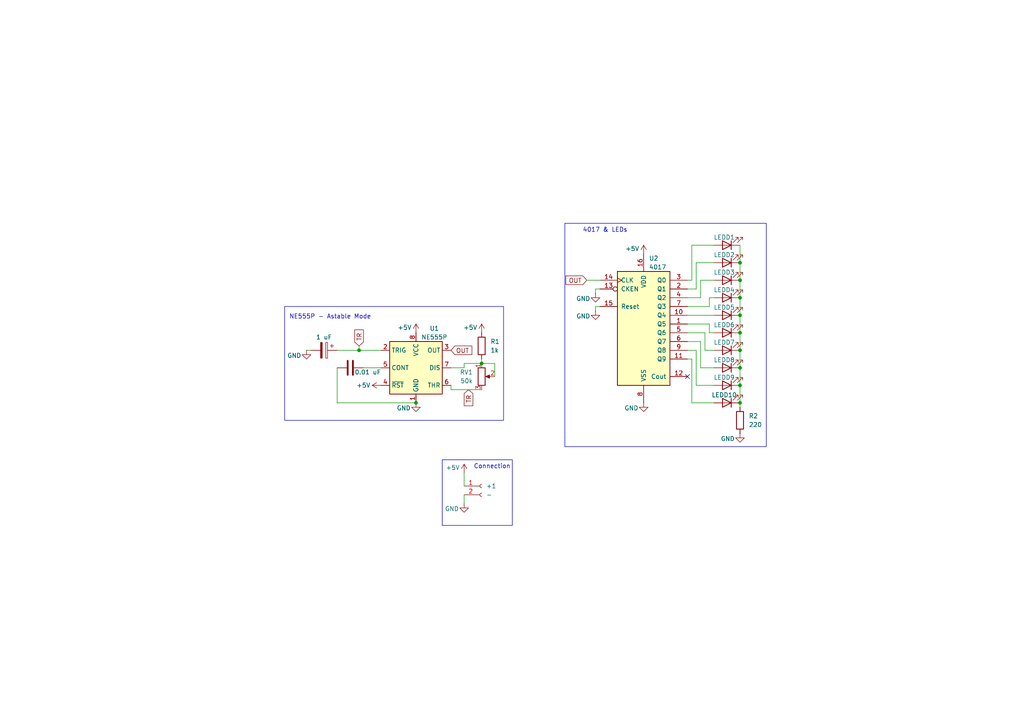
<source format=kicad_sch>
(kicad_sch
	(version 20250114)
	(generator "eeschema")
	(generator_version "9.0")
	(uuid "92e2a771-c2fc-486c-9991-c96a7ad77207")
	(paper "A4")
	(lib_symbols
		(symbol "4xxx:4017"
			(pin_names
				(offset 1.016)
			)
			(exclude_from_sim no)
			(in_bom yes)
			(on_board yes)
			(property "Reference" "U"
				(at -7.62 16.51 0)
				(effects
					(font
						(size 1.27 1.27)
					)
				)
			)
			(property "Value" "4017"
				(at -7.62 -19.05 0)
				(effects
					(font
						(size 1.27 1.27)
					)
				)
			)
			(property "Footprint" ""
				(at 0 0 0)
				(effects
					(font
						(size 1.27 1.27)
					)
					(hide yes)
				)
			)
			(property "Datasheet" "http://www.intersil.com/content/dam/Intersil/documents/cd40/cd4017bms-22bms.pdf"
				(at 0 0 0)
				(effects
					(font
						(size 1.27 1.27)
					)
					(hide yes)
				)
			)
			(property "Description" "Johnson Counter ( 10 outputs )"
				(at 0 0 0)
				(effects
					(font
						(size 1.27 1.27)
					)
					(hide yes)
				)
			)
			(property "ki_locked" ""
				(at 0 0 0)
				(effects
					(font
						(size 1.27 1.27)
					)
				)
			)
			(property "ki_keywords" "CNT CNT10"
				(at 0 0 0)
				(effects
					(font
						(size 1.27 1.27)
					)
					(hide yes)
				)
			)
			(property "ki_fp_filters" "DIP?16*"
				(at 0 0 0)
				(effects
					(font
						(size 1.27 1.27)
					)
					(hide yes)
				)
			)
			(symbol "4017_1_0"
				(pin input clock
					(at -12.7 12.7 0)
					(length 5.08)
					(name "CLK"
						(effects
							(font
								(size 1.27 1.27)
							)
						)
					)
					(number "14"
						(effects
							(font
								(size 1.27 1.27)
							)
						)
					)
				)
				(pin input inverted
					(at -12.7 10.16 0)
					(length 5.08)
					(name "CKEN"
						(effects
							(font
								(size 1.27 1.27)
							)
						)
					)
					(number "13"
						(effects
							(font
								(size 1.27 1.27)
							)
						)
					)
				)
				(pin input line
					(at -12.7 5.08 0)
					(length 5.08)
					(name "Reset"
						(effects
							(font
								(size 1.27 1.27)
							)
						)
					)
					(number "15"
						(effects
							(font
								(size 1.27 1.27)
							)
						)
					)
				)
				(pin power_in line
					(at 0 20.32 270)
					(length 5.08)
					(name "VDD"
						(effects
							(font
								(size 1.27 1.27)
							)
						)
					)
					(number "16"
						(effects
							(font
								(size 1.27 1.27)
							)
						)
					)
				)
				(pin power_in line
					(at 0 -22.86 90)
					(length 5.08)
					(name "VSS"
						(effects
							(font
								(size 1.27 1.27)
							)
						)
					)
					(number "8"
						(effects
							(font
								(size 1.27 1.27)
							)
						)
					)
				)
				(pin output line
					(at 12.7 12.7 180)
					(length 5.08)
					(name "Q0"
						(effects
							(font
								(size 1.27 1.27)
							)
						)
					)
					(number "3"
						(effects
							(font
								(size 1.27 1.27)
							)
						)
					)
				)
				(pin output line
					(at 12.7 10.16 180)
					(length 5.08)
					(name "Q1"
						(effects
							(font
								(size 1.27 1.27)
							)
						)
					)
					(number "2"
						(effects
							(font
								(size 1.27 1.27)
							)
						)
					)
				)
				(pin output line
					(at 12.7 7.62 180)
					(length 5.08)
					(name "Q2"
						(effects
							(font
								(size 1.27 1.27)
							)
						)
					)
					(number "4"
						(effects
							(font
								(size 1.27 1.27)
							)
						)
					)
				)
				(pin output line
					(at 12.7 5.08 180)
					(length 5.08)
					(name "Q3"
						(effects
							(font
								(size 1.27 1.27)
							)
						)
					)
					(number "7"
						(effects
							(font
								(size 1.27 1.27)
							)
						)
					)
				)
				(pin output line
					(at 12.7 2.54 180)
					(length 5.08)
					(name "Q4"
						(effects
							(font
								(size 1.27 1.27)
							)
						)
					)
					(number "10"
						(effects
							(font
								(size 1.27 1.27)
							)
						)
					)
				)
				(pin output line
					(at 12.7 0 180)
					(length 5.08)
					(name "Q5"
						(effects
							(font
								(size 1.27 1.27)
							)
						)
					)
					(number "1"
						(effects
							(font
								(size 1.27 1.27)
							)
						)
					)
				)
				(pin output line
					(at 12.7 -2.54 180)
					(length 5.08)
					(name "Q6"
						(effects
							(font
								(size 1.27 1.27)
							)
						)
					)
					(number "5"
						(effects
							(font
								(size 1.27 1.27)
							)
						)
					)
				)
				(pin output line
					(at 12.7 -5.08 180)
					(length 5.08)
					(name "Q7"
						(effects
							(font
								(size 1.27 1.27)
							)
						)
					)
					(number "6"
						(effects
							(font
								(size 1.27 1.27)
							)
						)
					)
				)
				(pin output line
					(at 12.7 -7.62 180)
					(length 5.08)
					(name "Q8"
						(effects
							(font
								(size 1.27 1.27)
							)
						)
					)
					(number "9"
						(effects
							(font
								(size 1.27 1.27)
							)
						)
					)
				)
				(pin output line
					(at 12.7 -10.16 180)
					(length 5.08)
					(name "Q9"
						(effects
							(font
								(size 1.27 1.27)
							)
						)
					)
					(number "11"
						(effects
							(font
								(size 1.27 1.27)
							)
						)
					)
				)
				(pin output line
					(at 12.7 -15.24 180)
					(length 5.08)
					(name "Cout"
						(effects
							(font
								(size 1.27 1.27)
							)
						)
					)
					(number "12"
						(effects
							(font
								(size 1.27 1.27)
							)
						)
					)
				)
			)
			(symbol "4017_1_1"
				(rectangle
					(start -7.62 15.24)
					(end 7.62 -17.78)
					(stroke
						(width 0.254)
						(type default)
					)
					(fill
						(type background)
					)
				)
			)
			(embedded_fonts no)
		)
		(symbol "Connector:Conn_01x02_Socket"
			(pin_names
				(offset 1.016)
				(hide yes)
			)
			(exclude_from_sim no)
			(in_bom yes)
			(on_board yes)
			(property "Reference" "J"
				(at 0 2.54 0)
				(effects
					(font
						(size 1.27 1.27)
					)
				)
			)
			(property "Value" "Conn_01x02_Socket"
				(at 0 -5.08 0)
				(effects
					(font
						(size 1.27 1.27)
					)
				)
			)
			(property "Footprint" ""
				(at 0 0 0)
				(effects
					(font
						(size 1.27 1.27)
					)
					(hide yes)
				)
			)
			(property "Datasheet" "~"
				(at 0 0 0)
				(effects
					(font
						(size 1.27 1.27)
					)
					(hide yes)
				)
			)
			(property "Description" "Generic connector, single row, 01x02, script generated"
				(at 0 0 0)
				(effects
					(font
						(size 1.27 1.27)
					)
					(hide yes)
				)
			)
			(property "ki_locked" ""
				(at 0 0 0)
				(effects
					(font
						(size 1.27 1.27)
					)
				)
			)
			(property "ki_keywords" "connector"
				(at 0 0 0)
				(effects
					(font
						(size 1.27 1.27)
					)
					(hide yes)
				)
			)
			(property "ki_fp_filters" "Connector*:*_1x??_*"
				(at 0 0 0)
				(effects
					(font
						(size 1.27 1.27)
					)
					(hide yes)
				)
			)
			(symbol "Conn_01x02_Socket_1_1"
				(polyline
					(pts
						(xy -1.27 0) (xy -0.508 0)
					)
					(stroke
						(width 0.1524)
						(type default)
					)
					(fill
						(type none)
					)
				)
				(polyline
					(pts
						(xy -1.27 -2.54) (xy -0.508 -2.54)
					)
					(stroke
						(width 0.1524)
						(type default)
					)
					(fill
						(type none)
					)
				)
				(arc
					(start 0 -0.508)
					(mid -0.5058 0)
					(end 0 0.508)
					(stroke
						(width 0.1524)
						(type default)
					)
					(fill
						(type none)
					)
				)
				(arc
					(start 0 -3.048)
					(mid -0.5058 -2.54)
					(end 0 -2.032)
					(stroke
						(width 0.1524)
						(type default)
					)
					(fill
						(type none)
					)
				)
				(pin passive line
					(at -5.08 0 0)
					(length 3.81)
					(name "Pin_1"
						(effects
							(font
								(size 1.27 1.27)
							)
						)
					)
					(number "1"
						(effects
							(font
								(size 1.27 1.27)
							)
						)
					)
				)
				(pin passive line
					(at -5.08 -2.54 0)
					(length 3.81)
					(name "Pin_2"
						(effects
							(font
								(size 1.27 1.27)
							)
						)
					)
					(number "2"
						(effects
							(font
								(size 1.27 1.27)
							)
						)
					)
				)
			)
			(embedded_fonts no)
		)
		(symbol "Device:C"
			(pin_numbers
				(hide yes)
			)
			(pin_names
				(offset 0.254)
			)
			(exclude_from_sim no)
			(in_bom yes)
			(on_board yes)
			(property "Reference" "C"
				(at 0.635 2.54 0)
				(effects
					(font
						(size 1.27 1.27)
					)
					(justify left)
				)
			)
			(property "Value" "C"
				(at 0.635 -2.54 0)
				(effects
					(font
						(size 1.27 1.27)
					)
					(justify left)
				)
			)
			(property "Footprint" ""
				(at 0.9652 -3.81 0)
				(effects
					(font
						(size 1.27 1.27)
					)
					(hide yes)
				)
			)
			(property "Datasheet" "~"
				(at 0 0 0)
				(effects
					(font
						(size 1.27 1.27)
					)
					(hide yes)
				)
			)
			(property "Description" "Unpolarized capacitor"
				(at 0 0 0)
				(effects
					(font
						(size 1.27 1.27)
					)
					(hide yes)
				)
			)
			(property "ki_keywords" "cap capacitor"
				(at 0 0 0)
				(effects
					(font
						(size 1.27 1.27)
					)
					(hide yes)
				)
			)
			(property "ki_fp_filters" "C_*"
				(at 0 0 0)
				(effects
					(font
						(size 1.27 1.27)
					)
					(hide yes)
				)
			)
			(symbol "C_0_1"
				(polyline
					(pts
						(xy -2.032 0.762) (xy 2.032 0.762)
					)
					(stroke
						(width 0.508)
						(type default)
					)
					(fill
						(type none)
					)
				)
				(polyline
					(pts
						(xy -2.032 -0.762) (xy 2.032 -0.762)
					)
					(stroke
						(width 0.508)
						(type default)
					)
					(fill
						(type none)
					)
				)
			)
			(symbol "C_1_1"
				(pin passive line
					(at 0 3.81 270)
					(length 2.794)
					(name "~"
						(effects
							(font
								(size 1.27 1.27)
							)
						)
					)
					(number "1"
						(effects
							(font
								(size 1.27 1.27)
							)
						)
					)
				)
				(pin passive line
					(at 0 -3.81 90)
					(length 2.794)
					(name "~"
						(effects
							(font
								(size 1.27 1.27)
							)
						)
					)
					(number "2"
						(effects
							(font
								(size 1.27 1.27)
							)
						)
					)
				)
			)
			(embedded_fonts no)
		)
		(symbol "Device:C_Polarized"
			(pin_numbers
				(hide yes)
			)
			(pin_names
				(offset 0.254)
			)
			(exclude_from_sim no)
			(in_bom yes)
			(on_board yes)
			(property "Reference" "C"
				(at 0.635 2.54 0)
				(effects
					(font
						(size 1.27 1.27)
					)
					(justify left)
				)
			)
			(property "Value" "C_Polarized"
				(at 0.635 -2.54 0)
				(effects
					(font
						(size 1.27 1.27)
					)
					(justify left)
				)
			)
			(property "Footprint" ""
				(at 0.9652 -3.81 0)
				(effects
					(font
						(size 1.27 1.27)
					)
					(hide yes)
				)
			)
			(property "Datasheet" "~"
				(at 0 0 0)
				(effects
					(font
						(size 1.27 1.27)
					)
					(hide yes)
				)
			)
			(property "Description" "Polarized capacitor"
				(at 0 0 0)
				(effects
					(font
						(size 1.27 1.27)
					)
					(hide yes)
				)
			)
			(property "ki_keywords" "cap capacitor"
				(at 0 0 0)
				(effects
					(font
						(size 1.27 1.27)
					)
					(hide yes)
				)
			)
			(property "ki_fp_filters" "CP_*"
				(at 0 0 0)
				(effects
					(font
						(size 1.27 1.27)
					)
					(hide yes)
				)
			)
			(symbol "C_Polarized_0_1"
				(rectangle
					(start -2.286 0.508)
					(end 2.286 1.016)
					(stroke
						(width 0)
						(type default)
					)
					(fill
						(type none)
					)
				)
				(polyline
					(pts
						(xy -1.778 2.286) (xy -0.762 2.286)
					)
					(stroke
						(width 0)
						(type default)
					)
					(fill
						(type none)
					)
				)
				(polyline
					(pts
						(xy -1.27 2.794) (xy -1.27 1.778)
					)
					(stroke
						(width 0)
						(type default)
					)
					(fill
						(type none)
					)
				)
				(rectangle
					(start 2.286 -0.508)
					(end -2.286 -1.016)
					(stroke
						(width 0)
						(type default)
					)
					(fill
						(type outline)
					)
				)
			)
			(symbol "C_Polarized_1_1"
				(pin passive line
					(at 0 3.81 270)
					(length 2.794)
					(name "~"
						(effects
							(font
								(size 1.27 1.27)
							)
						)
					)
					(number "1"
						(effects
							(font
								(size 1.27 1.27)
							)
						)
					)
				)
				(pin passive line
					(at 0 -3.81 90)
					(length 2.794)
					(name "~"
						(effects
							(font
								(size 1.27 1.27)
							)
						)
					)
					(number "2"
						(effects
							(font
								(size 1.27 1.27)
							)
						)
					)
				)
			)
			(embedded_fonts no)
		)
		(symbol "Device:LED"
			(pin_numbers
				(hide yes)
			)
			(pin_names
				(offset 1.016)
				(hide yes)
			)
			(exclude_from_sim no)
			(in_bom yes)
			(on_board yes)
			(property "Reference" "D"
				(at 0 2.54 0)
				(effects
					(font
						(size 1.27 1.27)
					)
				)
			)
			(property "Value" "LED"
				(at 0 -2.54 0)
				(effects
					(font
						(size 1.27 1.27)
					)
				)
			)
			(property "Footprint" ""
				(at 0 0 0)
				(effects
					(font
						(size 1.27 1.27)
					)
					(hide yes)
				)
			)
			(property "Datasheet" "~"
				(at 0 0 0)
				(effects
					(font
						(size 1.27 1.27)
					)
					(hide yes)
				)
			)
			(property "Description" "Light emitting diode"
				(at 0 0 0)
				(effects
					(font
						(size 1.27 1.27)
					)
					(hide yes)
				)
			)
			(property "Sim.Pins" "1=K 2=A"
				(at 0 0 0)
				(effects
					(font
						(size 1.27 1.27)
					)
					(hide yes)
				)
			)
			(property "ki_keywords" "LED diode"
				(at 0 0 0)
				(effects
					(font
						(size 1.27 1.27)
					)
					(hide yes)
				)
			)
			(property "ki_fp_filters" "LED* LED_SMD:* LED_THT:*"
				(at 0 0 0)
				(effects
					(font
						(size 1.27 1.27)
					)
					(hide yes)
				)
			)
			(symbol "LED_0_1"
				(polyline
					(pts
						(xy -3.048 -0.762) (xy -4.572 -2.286) (xy -3.81 -2.286) (xy -4.572 -2.286) (xy -4.572 -1.524)
					)
					(stroke
						(width 0)
						(type default)
					)
					(fill
						(type none)
					)
				)
				(polyline
					(pts
						(xy -1.778 -0.762) (xy -3.302 -2.286) (xy -2.54 -2.286) (xy -3.302 -2.286) (xy -3.302 -1.524)
					)
					(stroke
						(width 0)
						(type default)
					)
					(fill
						(type none)
					)
				)
				(polyline
					(pts
						(xy -1.27 0) (xy 1.27 0)
					)
					(stroke
						(width 0)
						(type default)
					)
					(fill
						(type none)
					)
				)
				(polyline
					(pts
						(xy -1.27 -1.27) (xy -1.27 1.27)
					)
					(stroke
						(width 0.254)
						(type default)
					)
					(fill
						(type none)
					)
				)
				(polyline
					(pts
						(xy 1.27 -1.27) (xy 1.27 1.27) (xy -1.27 0) (xy 1.27 -1.27)
					)
					(stroke
						(width 0.254)
						(type default)
					)
					(fill
						(type none)
					)
				)
			)
			(symbol "LED_1_1"
				(pin passive line
					(at -3.81 0 0)
					(length 2.54)
					(name "K"
						(effects
							(font
								(size 1.27 1.27)
							)
						)
					)
					(number "1"
						(effects
							(font
								(size 1.27 1.27)
							)
						)
					)
				)
				(pin passive line
					(at 3.81 0 180)
					(length 2.54)
					(name "A"
						(effects
							(font
								(size 1.27 1.27)
							)
						)
					)
					(number "2"
						(effects
							(font
								(size 1.27 1.27)
							)
						)
					)
				)
			)
			(embedded_fonts no)
		)
		(symbol "Device:R"
			(pin_numbers
				(hide yes)
			)
			(pin_names
				(offset 0)
			)
			(exclude_from_sim no)
			(in_bom yes)
			(on_board yes)
			(property "Reference" "R"
				(at 2.032 0 90)
				(effects
					(font
						(size 1.27 1.27)
					)
				)
			)
			(property "Value" "R"
				(at 0 0 90)
				(effects
					(font
						(size 1.27 1.27)
					)
				)
			)
			(property "Footprint" ""
				(at -1.778 0 90)
				(effects
					(font
						(size 1.27 1.27)
					)
					(hide yes)
				)
			)
			(property "Datasheet" "~"
				(at 0 0 0)
				(effects
					(font
						(size 1.27 1.27)
					)
					(hide yes)
				)
			)
			(property "Description" "Resistor"
				(at 0 0 0)
				(effects
					(font
						(size 1.27 1.27)
					)
					(hide yes)
				)
			)
			(property "ki_keywords" "R res resistor"
				(at 0 0 0)
				(effects
					(font
						(size 1.27 1.27)
					)
					(hide yes)
				)
			)
			(property "ki_fp_filters" "R_*"
				(at 0 0 0)
				(effects
					(font
						(size 1.27 1.27)
					)
					(hide yes)
				)
			)
			(symbol "R_0_1"
				(rectangle
					(start -1.016 -2.54)
					(end 1.016 2.54)
					(stroke
						(width 0.254)
						(type default)
					)
					(fill
						(type none)
					)
				)
			)
			(symbol "R_1_1"
				(pin passive line
					(at 0 3.81 270)
					(length 1.27)
					(name "~"
						(effects
							(font
								(size 1.27 1.27)
							)
						)
					)
					(number "1"
						(effects
							(font
								(size 1.27 1.27)
							)
						)
					)
				)
				(pin passive line
					(at 0 -3.81 90)
					(length 1.27)
					(name "~"
						(effects
							(font
								(size 1.27 1.27)
							)
						)
					)
					(number "2"
						(effects
							(font
								(size 1.27 1.27)
							)
						)
					)
				)
			)
			(embedded_fonts no)
		)
		(symbol "Device:R_Potentiometer"
			(pin_names
				(offset 1.016)
				(hide yes)
			)
			(exclude_from_sim no)
			(in_bom yes)
			(on_board yes)
			(property "Reference" "RV"
				(at -4.445 0 90)
				(effects
					(font
						(size 1.27 1.27)
					)
				)
			)
			(property "Value" "R_Potentiometer"
				(at -2.54 0 90)
				(effects
					(font
						(size 1.27 1.27)
					)
				)
			)
			(property "Footprint" ""
				(at 0 0 0)
				(effects
					(font
						(size 1.27 1.27)
					)
					(hide yes)
				)
			)
			(property "Datasheet" "~"
				(at 0 0 0)
				(effects
					(font
						(size 1.27 1.27)
					)
					(hide yes)
				)
			)
			(property "Description" "Potentiometer"
				(at 0 0 0)
				(effects
					(font
						(size 1.27 1.27)
					)
					(hide yes)
				)
			)
			(property "ki_keywords" "resistor variable"
				(at 0 0 0)
				(effects
					(font
						(size 1.27 1.27)
					)
					(hide yes)
				)
			)
			(property "ki_fp_filters" "Potentiometer*"
				(at 0 0 0)
				(effects
					(font
						(size 1.27 1.27)
					)
					(hide yes)
				)
			)
			(symbol "R_Potentiometer_0_1"
				(rectangle
					(start 1.016 2.54)
					(end -1.016 -2.54)
					(stroke
						(width 0.254)
						(type default)
					)
					(fill
						(type none)
					)
				)
				(polyline
					(pts
						(xy 1.143 0) (xy 2.286 0.508) (xy 2.286 -0.508) (xy 1.143 0)
					)
					(stroke
						(width 0)
						(type default)
					)
					(fill
						(type outline)
					)
				)
				(polyline
					(pts
						(xy 2.54 0) (xy 1.524 0)
					)
					(stroke
						(width 0)
						(type default)
					)
					(fill
						(type none)
					)
				)
			)
			(symbol "R_Potentiometer_1_1"
				(pin passive line
					(at 0 3.81 270)
					(length 1.27)
					(name "1"
						(effects
							(font
								(size 1.27 1.27)
							)
						)
					)
					(number "1"
						(effects
							(font
								(size 1.27 1.27)
							)
						)
					)
				)
				(pin passive line
					(at 0 -3.81 90)
					(length 1.27)
					(name "3"
						(effects
							(font
								(size 1.27 1.27)
							)
						)
					)
					(number "3"
						(effects
							(font
								(size 1.27 1.27)
							)
						)
					)
				)
				(pin passive line
					(at 3.81 0 180)
					(length 1.27)
					(name "2"
						(effects
							(font
								(size 1.27 1.27)
							)
						)
					)
					(number "2"
						(effects
							(font
								(size 1.27 1.27)
							)
						)
					)
				)
			)
			(embedded_fonts no)
		)
		(symbol "Timer:NE555P"
			(exclude_from_sim no)
			(in_bom yes)
			(on_board yes)
			(property "Reference" "U1"
				(at 7.62 16.51 0)
				(effects
					(font
						(size 1.27 1.27)
					)
				)
			)
			(property "Value" "NE555P"
				(at 7.62 13.97 0)
				(effects
					(font
						(size 1.27 1.27)
					)
				)
			)
			(property "Footprint" "Package_DIP:DIP-8_W7.62mm"
				(at 0 -24.13 0)
				(effects
					(font
						(size 1.27 1.27)
					)
					(hide yes)
				)
			)
			(property "Datasheet" "http://www.ti.com/lit/ds/symlink/ne555.pdf"
				(at 0 -26.67 0)
				(effects
					(font
						(size 1.27 1.27)
					)
					(hide yes)
				)
			)
			(property "Description" "Precision Timers, 555 compatible, PDIP-8"
				(at 0 -21.59 0)
				(effects
					(font
						(size 1.27 1.27)
					)
					(hide yes)
				)
			)
			(property "ki_keywords" "single timer 555"
				(at 0 0 0)
				(effects
					(font
						(size 1.27 1.27)
					)
					(hide yes)
				)
			)
			(property "ki_fp_filters" "DIP*W7.62mm*"
				(at 0 0 0)
				(effects
					(font
						(size 1.27 1.27)
					)
					(hide yes)
				)
			)
			(symbol "NE555P_0_0"
				(pin power_in line
					(at 0 10.16 270)
					(length 2.54)
					(name "VCC"
						(effects
							(font
								(size 1.27 1.27)
							)
						)
					)
					(number "8"
						(effects
							(font
								(size 1.27 1.27)
							)
						)
					)
				)
				(pin power_in line
					(at 0 -10.16 90)
					(length 2.54)
					(name "GND"
						(effects
							(font
								(size 1.27 1.27)
							)
						)
					)
					(number "1"
						(effects
							(font
								(size 1.27 1.27)
							)
						)
					)
				)
			)
			(symbol "NE555P_0_1"
				(rectangle
					(start -7.62 7.62)
					(end 7.62 -7.62)
					(stroke
						(width 0.254)
						(type default)
					)
					(fill
						(type background)
					)
				)
			)
			(symbol "NE555P_1_1"
				(pin input line
					(at -10.16 5.08 0)
					(length 2.54)
					(name "TRIG"
						(effects
							(font
								(size 1.27 1.27)
							)
						)
					)
					(number "2"
						(effects
							(font
								(size 1.27 1.27)
							)
						)
					)
				)
				(pin open_collector line
					(at -10.16 0 0)
					(length 2.54)
					(name "CONT"
						(effects
							(font
								(size 1.27 1.27)
							)
						)
					)
					(number "5"
						(effects
							(font
								(size 1.27 1.27)
							)
						)
					)
				)
				(pin input line
					(at -10.16 -5.08 0)
					(length 2.54)
					(name "~{RST}"
						(effects
							(font
								(size 1.27 1.27)
							)
						)
					)
					(number "4"
						(effects
							(font
								(size 1.27 1.27)
							)
						)
					)
				)
				(pin output line
					(at 10.16 5.08 180)
					(length 2.54)
					(name "OUT"
						(effects
							(font
								(size 1.27 1.27)
							)
						)
					)
					(number "3"
						(effects
							(font
								(size 1.27 1.27)
							)
						)
					)
				)
				(pin input line
					(at 10.16 0 180)
					(length 2.54)
					(name "DIS"
						(effects
							(font
								(size 1.27 1.27)
							)
						)
					)
					(number "7"
						(effects
							(font
								(size 1.27 1.27)
							)
						)
					)
				)
				(pin input line
					(at 10.16 -5.08 180)
					(length 2.54)
					(name "THR"
						(effects
							(font
								(size 1.27 1.27)
							)
						)
					)
					(number "6"
						(effects
							(font
								(size 1.27 1.27)
							)
						)
					)
				)
			)
			(embedded_fonts no)
		)
		(symbol "power:+5V"
			(power)
			(pin_numbers
				(hide yes)
			)
			(pin_names
				(offset 0)
				(hide yes)
			)
			(exclude_from_sim no)
			(in_bom yes)
			(on_board yes)
			(property "Reference" "#PWR"
				(at 0 -3.81 0)
				(effects
					(font
						(size 1.27 1.27)
					)
					(hide yes)
				)
			)
			(property "Value" "+5V"
				(at 0 3.556 0)
				(effects
					(font
						(size 1.27 1.27)
					)
				)
			)
			(property "Footprint" ""
				(at 0 0 0)
				(effects
					(font
						(size 1.27 1.27)
					)
					(hide yes)
				)
			)
			(property "Datasheet" ""
				(at 0 0 0)
				(effects
					(font
						(size 1.27 1.27)
					)
					(hide yes)
				)
			)
			(property "Description" "Power symbol creates a global label with name \"+5V\""
				(at 0 0 0)
				(effects
					(font
						(size 1.27 1.27)
					)
					(hide yes)
				)
			)
			(property "ki_keywords" "global power"
				(at 0 0 0)
				(effects
					(font
						(size 1.27 1.27)
					)
					(hide yes)
				)
			)
			(symbol "+5V_0_1"
				(polyline
					(pts
						(xy -0.762 1.27) (xy 0 2.54)
					)
					(stroke
						(width 0)
						(type default)
					)
					(fill
						(type none)
					)
				)
				(polyline
					(pts
						(xy 0 2.54) (xy 0.762 1.27)
					)
					(stroke
						(width 0)
						(type default)
					)
					(fill
						(type none)
					)
				)
				(polyline
					(pts
						(xy 0 0) (xy 0 2.54)
					)
					(stroke
						(width 0)
						(type default)
					)
					(fill
						(type none)
					)
				)
			)
			(symbol "+5V_1_1"
				(pin power_in line
					(at 0 0 90)
					(length 0)
					(name "~"
						(effects
							(font
								(size 1.27 1.27)
							)
						)
					)
					(number "1"
						(effects
							(font
								(size 1.27 1.27)
							)
						)
					)
				)
			)
			(embedded_fonts no)
		)
		(symbol "power:GND"
			(power)
			(pin_numbers
				(hide yes)
			)
			(pin_names
				(offset 0)
				(hide yes)
			)
			(exclude_from_sim no)
			(in_bom yes)
			(on_board yes)
			(property "Reference" "#PWR"
				(at 0 -6.35 0)
				(effects
					(font
						(size 1.27 1.27)
					)
					(hide yes)
				)
			)
			(property "Value" "GND"
				(at 0 -3.81 0)
				(effects
					(font
						(size 1.27 1.27)
					)
				)
			)
			(property "Footprint" ""
				(at 0 0 0)
				(effects
					(font
						(size 1.27 1.27)
					)
					(hide yes)
				)
			)
			(property "Datasheet" ""
				(at 0 0 0)
				(effects
					(font
						(size 1.27 1.27)
					)
					(hide yes)
				)
			)
			(property "Description" "Power symbol creates a global label with name \"GND\" , ground"
				(at 0 0 0)
				(effects
					(font
						(size 1.27 1.27)
					)
					(hide yes)
				)
			)
			(property "ki_keywords" "global power"
				(at 0 0 0)
				(effects
					(font
						(size 1.27 1.27)
					)
					(hide yes)
				)
			)
			(symbol "GND_0_1"
				(polyline
					(pts
						(xy 0 0) (xy 0 -1.27) (xy 1.27 -1.27) (xy 0 -2.54) (xy -1.27 -1.27) (xy 0 -1.27)
					)
					(stroke
						(width 0)
						(type default)
					)
					(fill
						(type none)
					)
				)
			)
			(symbol "GND_1_1"
				(pin power_in line
					(at 0 0 270)
					(length 0)
					(name "~"
						(effects
							(font
								(size 1.27 1.27)
							)
						)
					)
					(number "1"
						(effects
							(font
								(size 1.27 1.27)
							)
						)
					)
				)
			)
			(embedded_fonts no)
		)
	)
	(rectangle
		(start 82.55 88.9)
		(end 146.05 121.92)
		(stroke
			(width 0)
			(type default)
		)
		(fill
			(type none)
		)
		(uuid 7da36724-0704-438b-94e5-9b1bd512c0a3)
	)
	(rectangle
		(start 128.27 133.35)
		(end 148.59 152.4)
		(stroke
			(width 0)
			(type default)
		)
		(fill
			(type none)
		)
		(uuid f39d0720-3aae-43e6-babb-0d9489ecddfe)
	)
	(rectangle
		(start 163.83 64.77)
		(end 222.25 129.54)
		(stroke
			(width 0)
			(type default)
		)
		(fill
			(type none)
		)
		(uuid fd06f0e0-9a78-4ca1-82df-0505334c9c47)
	)
	(text "Connection"
		(exclude_from_sim no)
		(at 142.748 135.382 0)
		(effects
			(font
				(size 1.27 1.27)
			)
		)
		(uuid "14410ed2-f867-4426-8c00-a02fd88ad13a")
	)
	(text "4017 & LEDs"
		(exclude_from_sim no)
		(at 175.514 66.802 0)
		(effects
			(font
				(size 1.27 1.27)
			)
		)
		(uuid "26a3e734-32a9-48dd-b275-e218c6bcea40")
	)
	(text "NE555P - Astable Mode"
		(exclude_from_sim no)
		(at 95.758 91.948 0)
		(effects
			(font
				(size 1.27 1.27)
			)
		)
		(uuid "279021fd-b567-4fba-abff-6b46f87f4e40")
	)
	(junction
		(at 139.7 105.41)
		(diameter 0)
		(color 0 0 0 0)
		(uuid "2628e68b-aa7b-422d-9c20-439544dc31cf")
	)
	(junction
		(at 214.63 101.6)
		(diameter 0)
		(color 0 0 0 0)
		(uuid "2fc778ea-404a-4fc8-96bb-6de2f0e29533")
	)
	(junction
		(at 214.63 81.28)
		(diameter 0)
		(color 0 0 0 0)
		(uuid "3fcb952c-9181-4d70-8eab-710305734c98")
	)
	(junction
		(at 214.63 76.2)
		(diameter 0)
		(color 0 0 0 0)
		(uuid "4ce74647-35fd-4667-b9b4-4be71f55f81e")
	)
	(junction
		(at 214.63 96.52)
		(diameter 0)
		(color 0 0 0 0)
		(uuid "545be7fb-8bb0-437b-b058-354a7e783ae9")
	)
	(junction
		(at 214.63 106.68)
		(diameter 0)
		(color 0 0 0 0)
		(uuid "5db871f6-8224-4ec8-8653-638a7bd99264")
	)
	(junction
		(at 214.63 111.76)
		(diameter 0)
		(color 0 0 0 0)
		(uuid "66de7a58-344a-4971-b9ba-e4e289d022b7")
	)
	(junction
		(at 120.65 116.84)
		(diameter 0)
		(color 0 0 0 0)
		(uuid "99c8e81e-7a29-48ee-a74f-d2ef295cfa3b")
	)
	(junction
		(at 104.14 101.6)
		(diameter 0)
		(color 0 0 0 0)
		(uuid "be8a5d1e-9209-4669-98d2-9dd10fb24e4f")
	)
	(junction
		(at 214.63 91.44)
		(diameter 0)
		(color 0 0 0 0)
		(uuid "d1b4226a-c035-480a-aed4-bb245b34260e")
	)
	(junction
		(at 214.63 116.84)
		(diameter 0)
		(color 0 0 0 0)
		(uuid "f5bada36-ab08-4e65-8958-aba9c792fb05")
	)
	(junction
		(at 214.63 86.36)
		(diameter 0)
		(color 0 0 0 0)
		(uuid "fbae47e8-d6d8-4435-ab30-806f2c96d70d")
	)
	(no_connect
		(at 199.39 109.22)
		(uuid "602b58c0-65e0-4867-aae9-3fcda6b5860b")
	)
	(wire
		(pts
			(xy 199.39 88.9) (xy 205.74 88.9)
		)
		(stroke
			(width 0)
			(type default)
		)
		(uuid "06e4f2f1-54fa-49dd-b630-03cad8984b17")
	)
	(wire
		(pts
			(xy 214.63 91.44) (xy 214.63 96.52)
		)
		(stroke
			(width 0)
			(type default)
		)
		(uuid "0a0c563a-9a47-4c1c-ad55-25330a87c184")
	)
	(wire
		(pts
			(xy 199.39 104.14) (xy 200.66 104.14)
		)
		(stroke
			(width 0)
			(type default)
		)
		(uuid "0cac1f55-989a-4c3e-b152-c8b09dd0b9a2")
	)
	(wire
		(pts
			(xy 203.2 86.36) (xy 203.2 81.28)
		)
		(stroke
			(width 0)
			(type default)
		)
		(uuid "0e7ca63e-71c8-4d2d-99f4-0f525b60c30f")
	)
	(wire
		(pts
			(xy 105.41 106.68) (xy 110.49 106.68)
		)
		(stroke
			(width 0)
			(type default)
		)
		(uuid "1ba632e6-5fcc-49c5-8d90-4a324228e18c")
	)
	(wire
		(pts
			(xy 214.63 111.76) (xy 214.63 116.84)
		)
		(stroke
			(width 0)
			(type default)
		)
		(uuid "1f57e66f-f967-4462-8f1f-2a7beee18a06")
	)
	(wire
		(pts
			(xy 97.79 101.6) (xy 104.14 101.6)
		)
		(stroke
			(width 0)
			(type default)
		)
		(uuid "21a176ab-ecfd-48e9-8191-5a06555b2b40")
	)
	(wire
		(pts
			(xy 199.39 91.44) (xy 207.01 91.44)
		)
		(stroke
			(width 0)
			(type default)
		)
		(uuid "22902cd4-968c-49bb-8f31-c2e9ae13f436")
	)
	(wire
		(pts
			(xy 172.72 83.82) (xy 173.99 83.82)
		)
		(stroke
			(width 0)
			(type default)
		)
		(uuid "22c2aac9-dacb-4e67-a310-f4411244fecd")
	)
	(wire
		(pts
			(xy 200.66 104.14) (xy 200.66 116.84)
		)
		(stroke
			(width 0)
			(type default)
		)
		(uuid "2385530c-c063-4abf-a59b-7bbc37078fed")
	)
	(wire
		(pts
			(xy 104.14 100.33) (xy 104.14 101.6)
		)
		(stroke
			(width 0)
			(type default)
		)
		(uuid "2a5605c0-3c50-4510-af38-1e0d3428b0eb")
	)
	(wire
		(pts
			(xy 204.47 96.52) (xy 204.47 101.6)
		)
		(stroke
			(width 0)
			(type default)
		)
		(uuid "2fc63d08-bb42-4859-8077-556e711747ab")
	)
	(wire
		(pts
			(xy 172.72 85.09) (xy 172.72 83.82)
		)
		(stroke
			(width 0)
			(type default)
		)
		(uuid "32eacf73-fc90-4c3c-9592-06d6ff6766bd")
	)
	(wire
		(pts
			(xy 205.74 93.98) (xy 205.74 96.52)
		)
		(stroke
			(width 0)
			(type default)
		)
		(uuid "4101a0f2-e897-40c1-84fa-c4dc90dca4a7")
	)
	(wire
		(pts
			(xy 134.62 105.41) (xy 139.7 105.41)
		)
		(stroke
			(width 0)
			(type default)
		)
		(uuid "448ce61e-92fa-4ecd-aca9-e9d98b735b33")
	)
	(wire
		(pts
			(xy 104.14 101.6) (xy 110.49 101.6)
		)
		(stroke
			(width 0)
			(type default)
		)
		(uuid "4faf2e6b-ec51-4e01-8ad9-bfa0d9eb793d")
	)
	(wire
		(pts
			(xy 214.63 96.52) (xy 214.63 101.6)
		)
		(stroke
			(width 0)
			(type default)
		)
		(uuid "50b398eb-f9c7-4f85-9a94-f3bbee7fbcdd")
	)
	(wire
		(pts
			(xy 200.66 116.84) (xy 207.01 116.84)
		)
		(stroke
			(width 0)
			(type default)
		)
		(uuid "51f05c21-b4ce-4823-a302-30a8bd2e4077")
	)
	(wire
		(pts
			(xy 143.51 109.22) (xy 143.51 105.41)
		)
		(stroke
			(width 0)
			(type default)
		)
		(uuid "528faf43-aa80-4331-9c77-79496e5eca15")
	)
	(wire
		(pts
			(xy 201.93 101.6) (xy 201.93 111.76)
		)
		(stroke
			(width 0)
			(type default)
		)
		(uuid "56050e36-7ba8-4a66-9d02-86cfd23f577f")
	)
	(wire
		(pts
			(xy 134.62 106.68) (xy 134.62 105.41)
		)
		(stroke
			(width 0)
			(type default)
		)
		(uuid "586ccc91-79d9-4393-b714-dcecc4ebde0e")
	)
	(wire
		(pts
			(xy 170.18 81.28) (xy 173.99 81.28)
		)
		(stroke
			(width 0)
			(type default)
		)
		(uuid "59a63697-6540-4cac-80c0-ddc7006badd8")
	)
	(wire
		(pts
			(xy 201.93 111.76) (xy 207.01 111.76)
		)
		(stroke
			(width 0)
			(type default)
		)
		(uuid "5a404134-841d-4e56-aff0-fd76c8cc534f")
	)
	(wire
		(pts
			(xy 97.79 116.84) (xy 120.65 116.84)
		)
		(stroke
			(width 0)
			(type default)
		)
		(uuid "5b8878c0-3557-42ac-b8ad-4644aa186651")
	)
	(wire
		(pts
			(xy 214.63 71.12) (xy 214.63 76.2)
		)
		(stroke
			(width 0)
			(type default)
		)
		(uuid "65fb6634-1834-4b9b-a9e4-bd24b282f2ea")
	)
	(wire
		(pts
			(xy 143.51 105.41) (xy 139.7 105.41)
		)
		(stroke
			(width 0)
			(type default)
		)
		(uuid "6ba4f6c3-5983-416e-9c83-6e231795fd96")
	)
	(wire
		(pts
			(xy 199.39 86.36) (xy 203.2 86.36)
		)
		(stroke
			(width 0)
			(type default)
		)
		(uuid "6c14ea50-63c8-4b1c-9562-369c70d385d6")
	)
	(wire
		(pts
			(xy 199.39 83.82) (xy 201.93 83.82)
		)
		(stroke
			(width 0)
			(type default)
		)
		(uuid "74e39900-525c-4163-9d67-076103b50216")
	)
	(wire
		(pts
			(xy 199.39 96.52) (xy 204.47 96.52)
		)
		(stroke
			(width 0)
			(type default)
		)
		(uuid "7e7e227b-f413-44cb-a820-4a0585a3ca8b")
	)
	(wire
		(pts
			(xy 130.81 111.76) (xy 130.81 113.03)
		)
		(stroke
			(width 0)
			(type default)
		)
		(uuid "7f28d249-db8a-4021-9259-654b50838956")
	)
	(wire
		(pts
			(xy 203.2 106.68) (xy 207.01 106.68)
		)
		(stroke
			(width 0)
			(type default)
		)
		(uuid "820005ea-81c1-40bd-8773-08bc4fc9fbb8")
	)
	(wire
		(pts
			(xy 201.93 83.82) (xy 201.93 76.2)
		)
		(stroke
			(width 0)
			(type default)
		)
		(uuid "86b7e565-9918-4dcc-9cc3-35e570b2a6d5")
	)
	(wire
		(pts
			(xy 203.2 81.28) (xy 207.01 81.28)
		)
		(stroke
			(width 0)
			(type default)
		)
		(uuid "91be09ef-ba92-4f59-b57e-9206841330d9")
	)
	(wire
		(pts
			(xy 88.9 101.6) (xy 90.17 101.6)
		)
		(stroke
			(width 0)
			(type default)
		)
		(uuid "92f8c36f-631d-4e1b-9692-1a4dc143cef3")
	)
	(wire
		(pts
			(xy 134.62 137.16) (xy 134.62 140.97)
		)
		(stroke
			(width 0)
			(type default)
		)
		(uuid "93039078-ac57-405a-b678-3e04bc49bfe6")
	)
	(wire
		(pts
			(xy 134.62 143.51) (xy 134.62 146.05)
		)
		(stroke
			(width 0)
			(type default)
		)
		(uuid "9a3a681f-65b8-4d83-aa6a-8d4ff33a9fc1")
	)
	(wire
		(pts
			(xy 214.63 106.68) (xy 214.63 111.76)
		)
		(stroke
			(width 0)
			(type default)
		)
		(uuid "a2b9d3d9-39f8-40ae-9abb-9f5860b04c8b")
	)
	(wire
		(pts
			(xy 97.79 106.68) (xy 97.79 116.84)
		)
		(stroke
			(width 0)
			(type default)
		)
		(uuid "a44054de-04c4-40bf-810a-75d0967063e0")
	)
	(wire
		(pts
			(xy 214.63 116.84) (xy 214.63 118.11)
		)
		(stroke
			(width 0)
			(type default)
		)
		(uuid "a48f1574-8b16-4884-8c36-d47cb7447fde")
	)
	(wire
		(pts
			(xy 214.63 76.2) (xy 214.63 81.28)
		)
		(stroke
			(width 0)
			(type default)
		)
		(uuid "a4cea949-5457-4d50-9c40-efc7995f841d")
	)
	(wire
		(pts
			(xy 199.39 81.28) (xy 200.66 81.28)
		)
		(stroke
			(width 0)
			(type default)
		)
		(uuid "a6d1c628-fd07-4f7f-8cae-f9f6ce141885")
	)
	(wire
		(pts
			(xy 204.47 101.6) (xy 207.01 101.6)
		)
		(stroke
			(width 0)
			(type default)
		)
		(uuid "a83d4711-c4cb-46d0-a5d2-25cd3c75ae62")
	)
	(wire
		(pts
			(xy 205.74 88.9) (xy 205.74 86.36)
		)
		(stroke
			(width 0)
			(type default)
		)
		(uuid "ab9aed7f-58c0-48da-a4d3-2a31ae66e869")
	)
	(wire
		(pts
			(xy 203.2 99.06) (xy 203.2 106.68)
		)
		(stroke
			(width 0)
			(type default)
		)
		(uuid "acb033ae-6ae9-4aea-b748-d28e4cc2ed5e")
	)
	(wire
		(pts
			(xy 205.74 96.52) (xy 207.01 96.52)
		)
		(stroke
			(width 0)
			(type default)
		)
		(uuid "b1b81476-31d9-4991-a2ac-6e70f4e178e1")
	)
	(wire
		(pts
			(xy 130.81 106.68) (xy 134.62 106.68)
		)
		(stroke
			(width 0)
			(type default)
		)
		(uuid "b1c6a794-bd2f-451b-b4eb-64ca4a5c6f12")
	)
	(wire
		(pts
			(xy 199.39 101.6) (xy 201.93 101.6)
		)
		(stroke
			(width 0)
			(type default)
		)
		(uuid "c3f979f6-c589-40a8-80bb-ad1f61e19c96")
	)
	(wire
		(pts
			(xy 199.39 93.98) (xy 205.74 93.98)
		)
		(stroke
			(width 0)
			(type default)
		)
		(uuid "c94ad501-8a5b-4955-a18b-4ab9ef751bc0")
	)
	(wire
		(pts
			(xy 214.63 81.28) (xy 214.63 86.36)
		)
		(stroke
			(width 0)
			(type default)
		)
		(uuid "cbc01fa6-6ed6-42e8-b6eb-777acf7b9a91")
	)
	(wire
		(pts
			(xy 214.63 101.6) (xy 214.63 106.68)
		)
		(stroke
			(width 0)
			(type default)
		)
		(uuid "cc3b35f0-78a4-4b25-b9c2-2f6ca40d7613")
	)
	(wire
		(pts
			(xy 205.74 86.36) (xy 207.01 86.36)
		)
		(stroke
			(width 0)
			(type default)
		)
		(uuid "cd6e69fb-b360-46ac-8794-d30122158d1c")
	)
	(wire
		(pts
			(xy 201.93 76.2) (xy 207.01 76.2)
		)
		(stroke
			(width 0)
			(type default)
		)
		(uuid "d2c2f39c-04d6-403b-a742-d6342526518c")
	)
	(wire
		(pts
			(xy 172.72 88.9) (xy 173.99 88.9)
		)
		(stroke
			(width 0)
			(type default)
		)
		(uuid "d32c8666-1f9a-4aa4-bb90-4c92304c3a7f")
	)
	(wire
		(pts
			(xy 199.39 99.06) (xy 203.2 99.06)
		)
		(stroke
			(width 0)
			(type default)
		)
		(uuid "d8c72e90-c436-4fb0-8b84-b7e4d2078764")
	)
	(wire
		(pts
			(xy 214.63 86.36) (xy 214.63 91.44)
		)
		(stroke
			(width 0)
			(type default)
		)
		(uuid "d9bed9cc-e9aa-4543-8b37-0a952586ca45")
	)
	(wire
		(pts
			(xy 200.66 81.28) (xy 200.66 71.12)
		)
		(stroke
			(width 0)
			(type default)
		)
		(uuid "e7518e86-1a7e-4887-9071-672e221f5375")
	)
	(wire
		(pts
			(xy 172.72 90.17) (xy 172.72 88.9)
		)
		(stroke
			(width 0)
			(type default)
		)
		(uuid "f0515d49-081a-4175-a0c0-3d58223f7505")
	)
	(wire
		(pts
			(xy 130.81 113.03) (xy 139.7 113.03)
		)
		(stroke
			(width 0)
			(type default)
		)
		(uuid "fd0ab039-647f-45f9-a5a1-cd6c1c5b6858")
	)
	(wire
		(pts
			(xy 200.66 71.12) (xy 207.01 71.12)
		)
		(stroke
			(width 0)
			(type default)
		)
		(uuid "fd38f817-000f-44ad-a562-43f2a0f68f17")
	)
	(wire
		(pts
			(xy 139.7 104.14) (xy 139.7 105.41)
		)
		(stroke
			(width 0)
			(type default)
		)
		(uuid "fe2ef77b-34cd-4dc2-aaad-eef06024ed9f")
	)
	(global_label "OUT"
		(shape input)
		(at 170.18 81.28 180)
		(fields_autoplaced yes)
		(effects
			(font
				(size 1.27 1.27)
			)
			(justify right)
		)
		(uuid "1935bf2c-107a-46b0-b111-78b43d70c34d")
		(property "Intersheetrefs" "${INTERSHEET_REFS}"
			(at 163.5662 81.28 0)
			(effects
				(font
					(size 1.27 1.27)
				)
				(justify right)
				(hide yes)
			)
		)
	)
	(global_label "TR"
		(shape input)
		(at 135.89 113.03 270)
		(fields_autoplaced yes)
		(effects
			(font
				(size 1.27 1.27)
			)
			(justify right)
		)
		(uuid "325e5761-67b0-4b80-8772-7bb350fefa6c")
		(property "Intersheetrefs" "${INTERSHEET_REFS}"
			(at 135.89 118.2528 90)
			(effects
				(font
					(size 1.27 1.27)
				)
				(justify right)
				(hide yes)
			)
		)
	)
	(global_label "OUT"
		(shape input)
		(at 130.81 101.6 0)
		(fields_autoplaced yes)
		(effects
			(font
				(size 1.27 1.27)
			)
			(justify left)
		)
		(uuid "6f38d231-575e-4c0f-af75-bd7052514f05")
		(property "Intersheetrefs" "${INTERSHEET_REFS}"
			(at 137.4238 101.6 0)
			(effects
				(font
					(size 1.27 1.27)
				)
				(justify left)
				(hide yes)
			)
		)
	)
	(global_label "TR"
		(shape input)
		(at 104.14 100.33 90)
		(fields_autoplaced yes)
		(effects
			(font
				(size 1.27 1.27)
			)
			(justify left)
		)
		(uuid "f5c30bcf-00a7-469e-827b-6412164e0ca7")
		(property "Intersheetrefs" "${INTERSHEET_REFS}"
			(at 104.14 95.1072 90)
			(effects
				(font
					(size 1.27 1.27)
				)
				(justify left)
				(hide yes)
			)
		)
	)
	(symbol
		(lib_id "power:GND")
		(at 214.63 125.73 0)
		(unit 1)
		(exclude_from_sim no)
		(in_bom yes)
		(on_board yes)
		(dnp no)
		(uuid "00c5882f-ec38-445d-8096-dc08de0ebbb2")
		(property "Reference" "#PWR012"
			(at 214.63 132.08 0)
			(effects
				(font
					(size 1.27 1.27)
				)
				(hide yes)
			)
		)
		(property "Value" "GND"
			(at 211.074 127.254 0)
			(effects
				(font
					(size 1.27 1.27)
				)
			)
		)
		(property "Footprint" ""
			(at 214.63 125.73 0)
			(effects
				(font
					(size 1.27 1.27)
				)
				(hide yes)
			)
		)
		(property "Datasheet" ""
			(at 214.63 125.73 0)
			(effects
				(font
					(size 1.27 1.27)
				)
				(hide yes)
			)
		)
		(property "Description" "Power symbol creates a global label with name \"GND\" , ground"
			(at 214.63 125.73 0)
			(effects
				(font
					(size 1.27 1.27)
				)
				(hide yes)
			)
		)
		(pin "1"
			(uuid "41ab5411-c513-45ed-83fd-cbf87fefac63")
		)
		(instances
			(project "The_Knight_Chaser"
				(path "/92e2a771-c2fc-486c-9991-c96a7ad77207"
					(reference "#PWR012")
					(unit 1)
				)
			)
		)
	)
	(symbol
		(lib_id "power:+5V")
		(at 139.7 96.52 0)
		(unit 1)
		(exclude_from_sim no)
		(in_bom yes)
		(on_board yes)
		(dnp no)
		(uuid "0578f2d5-a579-4bf0-9be9-dee02198434e")
		(property "Reference" "#PWR07"
			(at 139.7 100.33 0)
			(effects
				(font
					(size 1.27 1.27)
				)
				(hide yes)
			)
		)
		(property "Value" "+5V"
			(at 136.398 94.996 0)
			(effects
				(font
					(size 1.27 1.27)
				)
			)
		)
		(property "Footprint" ""
			(at 139.7 96.52 0)
			(effects
				(font
					(size 1.27 1.27)
				)
				(hide yes)
			)
		)
		(property "Datasheet" ""
			(at 139.7 96.52 0)
			(effects
				(font
					(size 1.27 1.27)
				)
				(hide yes)
			)
		)
		(property "Description" "Power symbol creates a global label with name \"+5V\""
			(at 139.7 96.52 0)
			(effects
				(font
					(size 1.27 1.27)
				)
				(hide yes)
			)
		)
		(pin "1"
			(uuid "49c6d3d2-fb0e-4e12-af07-8f42a15f0c3e")
		)
		(instances
			(project "The_Knight_Chaser"
				(path "/92e2a771-c2fc-486c-9991-c96a7ad77207"
					(reference "#PWR07")
					(unit 1)
				)
			)
		)
	)
	(symbol
		(lib_id "Device:LED")
		(at 210.82 76.2 180)
		(unit 1)
		(exclude_from_sim no)
		(in_bom yes)
		(on_board yes)
		(dnp no)
		(uuid "12a6bcaa-c9e4-4ce4-ae04-2853fc28ac08")
		(property "Reference" "LEDD2"
			(at 210.058 73.914 0)
			(effects
				(font
					(size 1.27 1.27)
				)
			)
		)
		(property "Value" "LED"
			(at 211.328 70.104 0)
			(effects
				(font
					(size 1.27 1.27)
				)
				(hide yes)
			)
		)
		(property "Footprint" "LED_THT:LED_D3.0mm"
			(at 210.82 76.2 0)
			(effects
				(font
					(size 1.27 1.27)
				)
				(hide yes)
			)
		)
		(property "Datasheet" "~"
			(at 210.82 76.2 0)
			(effects
				(font
					(size 1.27 1.27)
				)
				(hide yes)
			)
		)
		(property "Description" "Light emitting diode"
			(at 210.82 76.2 0)
			(effects
				(font
					(size 1.27 1.27)
				)
				(hide yes)
			)
		)
		(property "Sim.Pins" "1=K 2=A"
			(at 210.82 76.2 0)
			(effects
				(font
					(size 1.27 1.27)
				)
				(hide yes)
			)
		)
		(pin "1"
			(uuid "faace4fd-96c6-4a6a-97e8-9ac992eaece9")
		)
		(pin "2"
			(uuid "7db52295-9a50-4568-97ca-f4fbeff46e4a")
		)
		(instances
			(project "The_Knight_Chaser"
				(path "/92e2a771-c2fc-486c-9991-c96a7ad77207"
					(reference "LEDD2")
					(unit 1)
				)
			)
		)
	)
	(symbol
		(lib_id "Device:C_Polarized")
		(at 93.98 101.6 270)
		(unit 1)
		(exclude_from_sim no)
		(in_bom yes)
		(on_board yes)
		(dnp no)
		(uuid "1e38fff6-654a-4e3a-bc08-d355fd4bae74")
		(property "Reference" "C2"
			(at 94.869 93.98 90)
			(effects
				(font
					(size 1.27 1.27)
				)
				(hide yes)
			)
		)
		(property "Value" "1 uF"
			(at 93.98 97.79 90)
			(effects
				(font
					(size 1.27 1.27)
				)
			)
		)
		(property "Footprint" "Capacitor_THT:CP_Radial_D5.0mm_P2.00mm"
			(at 90.17 102.5652 0)
			(effects
				(font
					(size 1.27 1.27)
				)
				(hide yes)
			)
		)
		(property "Datasheet" "~"
			(at 93.98 101.6 0)
			(effects
				(font
					(size 1.27 1.27)
				)
				(hide yes)
			)
		)
		(property "Description" "Polarized capacitor"
			(at 93.98 101.6 0)
			(effects
				(font
					(size 1.27 1.27)
				)
				(hide yes)
			)
		)
		(pin "2"
			(uuid "9c8f84f9-fa25-4982-82f7-b73daf9c9200")
		)
		(pin "1"
			(uuid "cab36cd9-6c89-4890-b6dc-e88ecd5e67f7")
		)
		(instances
			(project ""
				(path "/92e2a771-c2fc-486c-9991-c96a7ad77207"
					(reference "C2")
					(unit 1)
				)
			)
		)
	)
	(symbol
		(lib_id "Device:R")
		(at 139.7 100.33 0)
		(unit 1)
		(exclude_from_sim no)
		(in_bom yes)
		(on_board yes)
		(dnp no)
		(fields_autoplaced yes)
		(uuid "20a1ca3e-4236-43cc-97c2-718ff0c01cc0")
		(property "Reference" "R1"
			(at 142.24 99.0599 0)
			(effects
				(font
					(size 1.27 1.27)
				)
				(justify left)
			)
		)
		(property "Value" "1k"
			(at 142.24 101.5999 0)
			(effects
				(font
					(size 1.27 1.27)
				)
				(justify left)
			)
		)
		(property "Footprint" "Resistor_THT:R_Axial_DIN0207_L6.3mm_D2.5mm_P7.62mm_Horizontal"
			(at 137.922 100.33 90)
			(effects
				(font
					(size 1.27 1.27)
				)
				(hide yes)
			)
		)
		(property "Datasheet" "~"
			(at 139.7 100.33 0)
			(effects
				(font
					(size 1.27 1.27)
				)
				(hide yes)
			)
		)
		(property "Description" "Resistor"
			(at 139.7 100.33 0)
			(effects
				(font
					(size 1.27 1.27)
				)
				(hide yes)
			)
		)
		(pin "1"
			(uuid "0418774b-fdb1-4b2d-a265-8429ead8f410")
		)
		(pin "2"
			(uuid "62d75de6-1c66-4a60-a4cd-7e70d6dbec84")
		)
		(instances
			(project "The_Knight_Chaser"
				(path "/92e2a771-c2fc-486c-9991-c96a7ad77207"
					(reference "R1")
					(unit 1)
				)
			)
		)
	)
	(symbol
		(lib_id "power:GND")
		(at 186.69 116.84 0)
		(unit 1)
		(exclude_from_sim no)
		(in_bom yes)
		(on_board yes)
		(dnp no)
		(uuid "2b80e6f4-a18d-487d-8787-c48af76863da")
		(property "Reference" "#PWR011"
			(at 186.69 123.19 0)
			(effects
				(font
					(size 1.27 1.27)
				)
				(hide yes)
			)
		)
		(property "Value" "GND"
			(at 183.134 118.364 0)
			(effects
				(font
					(size 1.27 1.27)
				)
			)
		)
		(property "Footprint" ""
			(at 186.69 116.84 0)
			(effects
				(font
					(size 1.27 1.27)
				)
				(hide yes)
			)
		)
		(property "Datasheet" ""
			(at 186.69 116.84 0)
			(effects
				(font
					(size 1.27 1.27)
				)
				(hide yes)
			)
		)
		(property "Description" "Power symbol creates a global label with name \"GND\" , ground"
			(at 186.69 116.84 0)
			(effects
				(font
					(size 1.27 1.27)
				)
				(hide yes)
			)
		)
		(pin "1"
			(uuid "860f15ef-7dc5-4306-a62d-0318f624f0a1")
		)
		(instances
			(project "The_Knight_Chaser"
				(path "/92e2a771-c2fc-486c-9991-c96a7ad77207"
					(reference "#PWR011")
					(unit 1)
				)
			)
		)
	)
	(symbol
		(lib_id "Timer:NE555P")
		(at 120.65 106.68 0)
		(unit 1)
		(exclude_from_sim no)
		(in_bom yes)
		(on_board yes)
		(dnp no)
		(uuid "2dee84c6-df91-4eab-87e1-f047de6805f9")
		(property "Reference" "U1"
			(at 125.984 95.25 0)
			(effects
				(font
					(size 1.27 1.27)
				)
			)
		)
		(property "Value" "NE555P"
			(at 125.984 97.79 0)
			(effects
				(font
					(size 1.27 1.27)
				)
			)
		)
		(property "Footprint" "Package_DIP:DIP-8_W7.62mm"
			(at 120.65 130.81 0)
			(effects
				(font
					(size 1.27 1.27)
				)
				(hide yes)
			)
		)
		(property "Datasheet" "http://www.ti.com/lit/ds/symlink/ne555.pdf"
			(at 120.65 133.35 0)
			(effects
				(font
					(size 1.27 1.27)
				)
				(hide yes)
			)
		)
		(property "Description" "Precision Timers, 555 compatible, PDIP-8"
			(at 120.65 128.27 0)
			(effects
				(font
					(size 1.27 1.27)
				)
				(hide yes)
			)
		)
		(pin "2"
			(uuid "3880472b-1238-4567-a46d-b1facd683662")
		)
		(pin "4"
			(uuid "002c6485-5b3e-49a6-ae18-7e74254de233")
		)
		(pin "6"
			(uuid "c90d3972-1208-4a97-b547-cdd141aec0fd")
		)
		(pin "5"
			(uuid "11d77a5c-fd96-49e5-81b3-00cee8eaa4ec")
		)
		(pin "3"
			(uuid "8cdccd7b-bf70-4fdb-b018-83a383a42659")
		)
		(pin "1"
			(uuid "e6f3049b-c50d-4ab7-9783-8c0de8615d74")
		)
		(pin "7"
			(uuid "a82f1ace-5e62-4d0a-8384-9976d5f77e33")
		)
		(pin "8"
			(uuid "39e855d5-9352-482e-bd28-347f934aed80")
		)
		(instances
			(project ""
				(path "/92e2a771-c2fc-486c-9991-c96a7ad77207"
					(reference "U1")
					(unit 1)
				)
			)
		)
	)
	(symbol
		(lib_id "Device:LED")
		(at 210.82 111.76 180)
		(unit 1)
		(exclude_from_sim no)
		(in_bom yes)
		(on_board yes)
		(dnp no)
		(uuid "461b54fe-8d34-42b3-a43e-18363a302937")
		(property "Reference" "LEDD9"
			(at 210.058 109.474 0)
			(effects
				(font
					(size 1.27 1.27)
				)
			)
		)
		(property "Value" "LED"
			(at 211.328 105.664 0)
			(effects
				(font
					(size 1.27 1.27)
				)
				(hide yes)
			)
		)
		(property "Footprint" "LED_THT:LED_D3.0mm"
			(at 210.82 111.76 0)
			(effects
				(font
					(size 1.27 1.27)
				)
				(hide yes)
			)
		)
		(property "Datasheet" "~"
			(at 210.82 111.76 0)
			(effects
				(font
					(size 1.27 1.27)
				)
				(hide yes)
			)
		)
		(property "Description" "Light emitting diode"
			(at 210.82 111.76 0)
			(effects
				(font
					(size 1.27 1.27)
				)
				(hide yes)
			)
		)
		(property "Sim.Pins" "1=K 2=A"
			(at 210.82 111.76 0)
			(effects
				(font
					(size 1.27 1.27)
				)
				(hide yes)
			)
		)
		(pin "1"
			(uuid "1bf1a750-65c0-40da-ab21-2d6c25aca6b2")
		)
		(pin "2"
			(uuid "0664914f-31ad-4ce0-bbd5-5661b063f6a2")
		)
		(instances
			(project "The_Knight_Chaser"
				(path "/92e2a771-c2fc-486c-9991-c96a7ad77207"
					(reference "LEDD9")
					(unit 1)
				)
			)
		)
	)
	(symbol
		(lib_id "Device:R")
		(at 214.63 121.92 0)
		(unit 1)
		(exclude_from_sim no)
		(in_bom yes)
		(on_board yes)
		(dnp no)
		(fields_autoplaced yes)
		(uuid "5a34f237-f0ba-4c5b-890e-f87469e155a2")
		(property "Reference" "R2"
			(at 217.17 120.6499 0)
			(effects
				(font
					(size 1.27 1.27)
				)
				(justify left)
			)
		)
		(property "Value" "220"
			(at 217.17 123.1899 0)
			(effects
				(font
					(size 1.27 1.27)
				)
				(justify left)
			)
		)
		(property "Footprint" "Resistor_THT:R_Axial_DIN0207_L6.3mm_D2.5mm_P7.62mm_Horizontal"
			(at 212.852 121.92 90)
			(effects
				(font
					(size 1.27 1.27)
				)
				(hide yes)
			)
		)
		(property "Datasheet" "~"
			(at 214.63 121.92 0)
			(effects
				(font
					(size 1.27 1.27)
				)
				(hide yes)
			)
		)
		(property "Description" "Resistor"
			(at 214.63 121.92 0)
			(effects
				(font
					(size 1.27 1.27)
				)
				(hide yes)
			)
		)
		(pin "1"
			(uuid "a773c9c6-bfbb-40ca-a0ce-b94685e12cfe")
		)
		(pin "2"
			(uuid "3eb5e76e-abe3-4200-a43f-5b06d2ae30dc")
		)
		(instances
			(project "The_Knight_Chaser"
				(path "/92e2a771-c2fc-486c-9991-c96a7ad77207"
					(reference "R2")
					(unit 1)
				)
			)
		)
	)
	(symbol
		(lib_id "Device:LED")
		(at 210.82 101.6 180)
		(unit 1)
		(exclude_from_sim no)
		(in_bom yes)
		(on_board yes)
		(dnp no)
		(uuid "68c64430-f2ab-4163-88f0-2507b6bc1009")
		(property "Reference" "LEDD7"
			(at 210.058 99.314 0)
			(effects
				(font
					(size 1.27 1.27)
				)
			)
		)
		(property "Value" "LED"
			(at 211.328 95.504 0)
			(effects
				(font
					(size 1.27 1.27)
				)
				(hide yes)
			)
		)
		(property "Footprint" "LED_THT:LED_D3.0mm"
			(at 210.82 101.6 0)
			(effects
				(font
					(size 1.27 1.27)
				)
				(hide yes)
			)
		)
		(property "Datasheet" "~"
			(at 210.82 101.6 0)
			(effects
				(font
					(size 1.27 1.27)
				)
				(hide yes)
			)
		)
		(property "Description" "Light emitting diode"
			(at 210.82 101.6 0)
			(effects
				(font
					(size 1.27 1.27)
				)
				(hide yes)
			)
		)
		(property "Sim.Pins" "1=K 2=A"
			(at 210.82 101.6 0)
			(effects
				(font
					(size 1.27 1.27)
				)
				(hide yes)
			)
		)
		(pin "1"
			(uuid "76e3443b-527c-44c6-bdf6-7ba561c4bcfb")
		)
		(pin "2"
			(uuid "76ea605a-529f-4c4c-80cd-78c3203ddeef")
		)
		(instances
			(project "The_Knight_Chaser"
				(path "/92e2a771-c2fc-486c-9991-c96a7ad77207"
					(reference "LEDD7")
					(unit 1)
				)
			)
		)
	)
	(symbol
		(lib_id "Device:LED")
		(at 210.82 81.28 180)
		(unit 1)
		(exclude_from_sim no)
		(in_bom yes)
		(on_board yes)
		(dnp no)
		(uuid "6e14dc15-94de-42d3-9541-abe584b1af94")
		(property "Reference" "LEDD3"
			(at 210.058 78.994 0)
			(effects
				(font
					(size 1.27 1.27)
				)
			)
		)
		(property "Value" "LED"
			(at 211.328 75.184 0)
			(effects
				(font
					(size 1.27 1.27)
				)
				(hide yes)
			)
		)
		(property "Footprint" "LED_THT:LED_D3.0mm"
			(at 210.82 81.28 0)
			(effects
				(font
					(size 1.27 1.27)
				)
				(hide yes)
			)
		)
		(property "Datasheet" "~"
			(at 210.82 81.28 0)
			(effects
				(font
					(size 1.27 1.27)
				)
				(hide yes)
			)
		)
		(property "Description" "Light emitting diode"
			(at 210.82 81.28 0)
			(effects
				(font
					(size 1.27 1.27)
				)
				(hide yes)
			)
		)
		(property "Sim.Pins" "1=K 2=A"
			(at 210.82 81.28 0)
			(effects
				(font
					(size 1.27 1.27)
				)
				(hide yes)
			)
		)
		(pin "1"
			(uuid "ad8634b2-ce1b-46d6-86ed-9abd66a5f4fc")
		)
		(pin "2"
			(uuid "a1a16070-b255-448d-8b3a-564342e67ec7")
		)
		(instances
			(project "The_Knight_Chaser"
				(path "/92e2a771-c2fc-486c-9991-c96a7ad77207"
					(reference "LEDD3")
					(unit 1)
				)
			)
		)
	)
	(symbol
		(lib_id "Device:LED")
		(at 210.82 91.44 180)
		(unit 1)
		(exclude_from_sim no)
		(in_bom yes)
		(on_board yes)
		(dnp no)
		(uuid "6fcf9c0a-8f54-4459-a418-8ca2cf34fa40")
		(property "Reference" "LEDD5"
			(at 210.058 89.154 0)
			(effects
				(font
					(size 1.27 1.27)
				)
			)
		)
		(property "Value" "LED"
			(at 211.328 85.344 0)
			(effects
				(font
					(size 1.27 1.27)
				)
				(hide yes)
			)
		)
		(property "Footprint" "LED_THT:LED_D3.0mm"
			(at 210.82 91.44 0)
			(effects
				(font
					(size 1.27 1.27)
				)
				(hide yes)
			)
		)
		(property "Datasheet" "~"
			(at 210.82 91.44 0)
			(effects
				(font
					(size 1.27 1.27)
				)
				(hide yes)
			)
		)
		(property "Description" "Light emitting diode"
			(at 210.82 91.44 0)
			(effects
				(font
					(size 1.27 1.27)
				)
				(hide yes)
			)
		)
		(property "Sim.Pins" "1=K 2=A"
			(at 210.82 91.44 0)
			(effects
				(font
					(size 1.27 1.27)
				)
				(hide yes)
			)
		)
		(pin "1"
			(uuid "351ca8a1-0cf2-4417-8799-89782fe21e0b")
		)
		(pin "2"
			(uuid "3a32df5c-239f-462e-a1bb-68a00c8e8e0f")
		)
		(instances
			(project "The_Knight_Chaser"
				(path "/92e2a771-c2fc-486c-9991-c96a7ad77207"
					(reference "LEDD5")
					(unit 1)
				)
			)
		)
	)
	(symbol
		(lib_id "power:GND")
		(at 172.72 90.17 0)
		(unit 1)
		(exclude_from_sim no)
		(in_bom yes)
		(on_board yes)
		(dnp no)
		(uuid "703ce091-485c-4bf3-a610-6cab24d6b40b")
		(property "Reference" "#PWR010"
			(at 172.72 96.52 0)
			(effects
				(font
					(size 1.27 1.27)
				)
				(hide yes)
			)
		)
		(property "Value" "GND"
			(at 169.164 91.694 0)
			(effects
				(font
					(size 1.27 1.27)
				)
			)
		)
		(property "Footprint" ""
			(at 172.72 90.17 0)
			(effects
				(font
					(size 1.27 1.27)
				)
				(hide yes)
			)
		)
		(property "Datasheet" ""
			(at 172.72 90.17 0)
			(effects
				(font
					(size 1.27 1.27)
				)
				(hide yes)
			)
		)
		(property "Description" "Power symbol creates a global label with name \"GND\" , ground"
			(at 172.72 90.17 0)
			(effects
				(font
					(size 1.27 1.27)
				)
				(hide yes)
			)
		)
		(pin "1"
			(uuid "ce2c14e1-1523-420f-98e9-9f7db2fe3524")
		)
		(instances
			(project "The_Knight_Chaser"
				(path "/92e2a771-c2fc-486c-9991-c96a7ad77207"
					(reference "#PWR010")
					(unit 1)
				)
			)
		)
	)
	(symbol
		(lib_id "Device:C")
		(at 101.6 106.68 270)
		(unit 1)
		(exclude_from_sim no)
		(in_bom yes)
		(on_board yes)
		(dnp no)
		(uuid "73074860-bc4e-4ea9-a165-f6b9b3187bb8")
		(property "Reference" "C1"
			(at 101.6 99.06 90)
			(effects
				(font
					(size 1.27 1.27)
				)
				(hide yes)
			)
		)
		(property "Value" "0.01 uF"
			(at 106.68 107.95 90)
			(effects
				(font
					(size 1.27 1.27)
				)
			)
		)
		(property "Footprint" "Capacitor_THT:C_Disc_D7.5mm_W2.5mm_P5.00mm"
			(at 97.79 107.6452 0)
			(effects
				(font
					(size 1.27 1.27)
				)
				(hide yes)
			)
		)
		(property "Datasheet" "~"
			(at 101.6 106.68 0)
			(effects
				(font
					(size 1.27 1.27)
				)
				(hide yes)
			)
		)
		(property "Description" "Unpolarized capacitor"
			(at 101.6 106.68 0)
			(effects
				(font
					(size 1.27 1.27)
				)
				(hide yes)
			)
		)
		(pin "2"
			(uuid "95db6370-96a7-41fb-aea6-705c7038cff8")
		)
		(pin "1"
			(uuid "c7518986-aab6-4e2b-8ea6-6d68044e5808")
		)
		(instances
			(project ""
				(path "/92e2a771-c2fc-486c-9991-c96a7ad77207"
					(reference "C1")
					(unit 1)
				)
			)
		)
	)
	(symbol
		(lib_id "Device:LED")
		(at 210.82 106.68 180)
		(unit 1)
		(exclude_from_sim no)
		(in_bom yes)
		(on_board yes)
		(dnp no)
		(uuid "73a0afa2-9968-4ea7-aa50-53d78a8e13e6")
		(property "Reference" "LEDD8"
			(at 210.058 104.394 0)
			(effects
				(font
					(size 1.27 1.27)
				)
			)
		)
		(property "Value" "LED"
			(at 211.328 100.584 0)
			(effects
				(font
					(size 1.27 1.27)
				)
				(hide yes)
			)
		)
		(property "Footprint" "LED_THT:LED_D3.0mm"
			(at 210.82 106.68 0)
			(effects
				(font
					(size 1.27 1.27)
				)
				(hide yes)
			)
		)
		(property "Datasheet" "~"
			(at 210.82 106.68 0)
			(effects
				(font
					(size 1.27 1.27)
				)
				(hide yes)
			)
		)
		(property "Description" "Light emitting diode"
			(at 210.82 106.68 0)
			(effects
				(font
					(size 1.27 1.27)
				)
				(hide yes)
			)
		)
		(property "Sim.Pins" "1=K 2=A"
			(at 210.82 106.68 0)
			(effects
				(font
					(size 1.27 1.27)
				)
				(hide yes)
			)
		)
		(pin "1"
			(uuid "c1386c2e-2fab-47cb-b2ab-91a08b77fd22")
		)
		(pin "2"
			(uuid "fab79e4a-95f1-4615-866a-c4b5fa4dbbd2")
		)
		(instances
			(project "The_Knight_Chaser"
				(path "/92e2a771-c2fc-486c-9991-c96a7ad77207"
					(reference "LEDD8")
					(unit 1)
				)
			)
		)
	)
	(symbol
		(lib_id "Device:LED")
		(at 210.82 71.12 180)
		(unit 1)
		(exclude_from_sim no)
		(in_bom yes)
		(on_board yes)
		(dnp no)
		(uuid "7d486fdf-91a8-420d-bf87-c642f8f29209")
		(property "Reference" "LEDD1"
			(at 210.058 68.834 0)
			(effects
				(font
					(size 1.27 1.27)
				)
			)
		)
		(property "Value" "LED"
			(at 211.328 65.024 0)
			(effects
				(font
					(size 1.27 1.27)
				)
				(hide yes)
			)
		)
		(property "Footprint" "LED_THT:LED_D3.0mm"
			(at 210.82 71.12 0)
			(effects
				(font
					(size 1.27 1.27)
				)
				(hide yes)
			)
		)
		(property "Datasheet" "~"
			(at 210.82 71.12 0)
			(effects
				(font
					(size 1.27 1.27)
				)
				(hide yes)
			)
		)
		(property "Description" "Light emitting diode"
			(at 210.82 71.12 0)
			(effects
				(font
					(size 1.27 1.27)
				)
				(hide yes)
			)
		)
		(property "Sim.Pins" "1=K 2=A"
			(at 210.82 71.12 0)
			(effects
				(font
					(size 1.27 1.27)
				)
				(hide yes)
			)
		)
		(pin "1"
			(uuid "6cf0bf4e-7c1b-4f24-acbd-a4c11ce02a78")
		)
		(pin "2"
			(uuid "f1dcfb10-f836-498a-a019-d995a98a4793")
		)
		(instances
			(project ""
				(path "/92e2a771-c2fc-486c-9991-c96a7ad77207"
					(reference "LEDD1")
					(unit 1)
				)
			)
		)
	)
	(symbol
		(lib_id "Connector:Conn_01x02_Socket")
		(at 139.7 140.97 0)
		(unit 1)
		(exclude_from_sim no)
		(in_bom yes)
		(on_board yes)
		(dnp no)
		(fields_autoplaced yes)
		(uuid "7dd4c729-1294-4515-9383-b55fe99f6d06")
		(property "Reference" "+1"
			(at 140.97 140.9699 0)
			(effects
				(font
					(size 1.27 1.27)
				)
				(justify left)
			)
		)
		(property "Value" "-"
			(at 140.97 143.5099 0)
			(effects
				(font
					(size 1.27 1.27)
				)
				(justify left)
			)
		)
		(property "Footprint" "Connector_PinHeader_2.54mm:PinHeader_1x02_P2.54mm_Vertical"
			(at 139.7 140.97 0)
			(effects
				(font
					(size 1.27 1.27)
				)
				(hide yes)
			)
		)
		(property "Datasheet" "~"
			(at 139.7 140.97 0)
			(effects
				(font
					(size 1.27 1.27)
				)
				(hide yes)
			)
		)
		(property "Description" "Generic connector, single row, 01x02, script generated"
			(at 139.7 140.97 0)
			(effects
				(font
					(size 1.27 1.27)
				)
				(hide yes)
			)
		)
		(pin "1"
			(uuid "295f2ae1-17d9-44bc-b431-322fef9234d6")
		)
		(pin "2"
			(uuid "3cc769fa-5c85-4e03-8fe0-3b52c2ee0912")
		)
		(instances
			(project ""
				(path "/92e2a771-c2fc-486c-9991-c96a7ad77207"
					(reference "+1")
					(unit 1)
				)
			)
		)
	)
	(symbol
		(lib_id "power:+5V")
		(at 134.62 137.16 0)
		(unit 1)
		(exclude_from_sim no)
		(in_bom yes)
		(on_board yes)
		(dnp no)
		(uuid "886665ac-315f-481e-8f03-9219da12f704")
		(property "Reference" "#PWR02"
			(at 134.62 140.97 0)
			(effects
				(font
					(size 1.27 1.27)
				)
				(hide yes)
			)
		)
		(property "Value" "+5V"
			(at 131.318 135.636 0)
			(effects
				(font
					(size 1.27 1.27)
				)
			)
		)
		(property "Footprint" ""
			(at 134.62 137.16 0)
			(effects
				(font
					(size 1.27 1.27)
				)
				(hide yes)
			)
		)
		(property "Datasheet" ""
			(at 134.62 137.16 0)
			(effects
				(font
					(size 1.27 1.27)
				)
				(hide yes)
			)
		)
		(property "Description" "Power symbol creates a global label with name \"+5V\""
			(at 134.62 137.16 0)
			(effects
				(font
					(size 1.27 1.27)
				)
				(hide yes)
			)
		)
		(pin "1"
			(uuid "96441407-2a8d-4760-b151-8e8c1871bf32")
		)
		(instances
			(project ""
				(path "/92e2a771-c2fc-486c-9991-c96a7ad77207"
					(reference "#PWR02")
					(unit 1)
				)
			)
		)
	)
	(symbol
		(lib_id "power:GND")
		(at 88.9 101.6 0)
		(unit 1)
		(exclude_from_sim no)
		(in_bom yes)
		(on_board yes)
		(dnp no)
		(uuid "8a228a2d-1cd4-44a4-b374-ae67eed10391")
		(property "Reference" "#PWR06"
			(at 88.9 107.95 0)
			(effects
				(font
					(size 1.27 1.27)
				)
				(hide yes)
			)
		)
		(property "Value" "GND"
			(at 85.344 103.124 0)
			(effects
				(font
					(size 1.27 1.27)
				)
			)
		)
		(property "Footprint" ""
			(at 88.9 101.6 0)
			(effects
				(font
					(size 1.27 1.27)
				)
				(hide yes)
			)
		)
		(property "Datasheet" ""
			(at 88.9 101.6 0)
			(effects
				(font
					(size 1.27 1.27)
				)
				(hide yes)
			)
		)
		(property "Description" "Power symbol creates a global label with name \"GND\" , ground"
			(at 88.9 101.6 0)
			(effects
				(font
					(size 1.27 1.27)
				)
				(hide yes)
			)
		)
		(pin "1"
			(uuid "2af50e10-13c0-461f-9997-a61d54600cdb")
		)
		(instances
			(project "The_Knight_Chaser"
				(path "/92e2a771-c2fc-486c-9991-c96a7ad77207"
					(reference "#PWR06")
					(unit 1)
				)
			)
		)
	)
	(symbol
		(lib_id "power:GND")
		(at 172.72 85.09 0)
		(unit 1)
		(exclude_from_sim no)
		(in_bom yes)
		(on_board yes)
		(dnp no)
		(uuid "962b3706-6919-4524-a501-f99850d7779b")
		(property "Reference" "#PWR09"
			(at 172.72 91.44 0)
			(effects
				(font
					(size 1.27 1.27)
				)
				(hide yes)
			)
		)
		(property "Value" "GND"
			(at 169.164 86.614 0)
			(effects
				(font
					(size 1.27 1.27)
				)
			)
		)
		(property "Footprint" ""
			(at 172.72 85.09 0)
			(effects
				(font
					(size 1.27 1.27)
				)
				(hide yes)
			)
		)
		(property "Datasheet" ""
			(at 172.72 85.09 0)
			(effects
				(font
					(size 1.27 1.27)
				)
				(hide yes)
			)
		)
		(property "Description" "Power symbol creates a global label with name \"GND\" , ground"
			(at 172.72 85.09 0)
			(effects
				(font
					(size 1.27 1.27)
				)
				(hide yes)
			)
		)
		(pin "1"
			(uuid "44da2afc-23da-4b34-aea1-e0e905c35757")
		)
		(instances
			(project "The_Knight_Chaser"
				(path "/92e2a771-c2fc-486c-9991-c96a7ad77207"
					(reference "#PWR09")
					(unit 1)
				)
			)
		)
	)
	(symbol
		(lib_id "Device:LED")
		(at 210.82 86.36 180)
		(unit 1)
		(exclude_from_sim no)
		(in_bom yes)
		(on_board yes)
		(dnp no)
		(uuid "9ad156ec-c46f-4a9d-ab18-0af2f224fe51")
		(property "Reference" "LEDD4"
			(at 210.058 84.074 0)
			(effects
				(font
					(size 1.27 1.27)
				)
			)
		)
		(property "Value" "LED"
			(at 211.328 80.264 0)
			(effects
				(font
					(size 1.27 1.27)
				)
				(hide yes)
			)
		)
		(property "Footprint" "LED_THT:LED_D3.0mm"
			(at 210.82 86.36 0)
			(effects
				(font
					(size 1.27 1.27)
				)
				(hide yes)
			)
		)
		(property "Datasheet" "~"
			(at 210.82 86.36 0)
			(effects
				(font
					(size 1.27 1.27)
				)
				(hide yes)
			)
		)
		(property "Description" "Light emitting diode"
			(at 210.82 86.36 0)
			(effects
				(font
					(size 1.27 1.27)
				)
				(hide yes)
			)
		)
		(property "Sim.Pins" "1=K 2=A"
			(at 210.82 86.36 0)
			(effects
				(font
					(size 1.27 1.27)
				)
				(hide yes)
			)
		)
		(pin "1"
			(uuid "7d43e129-18c2-4cd6-99b5-76bd33635b71")
		)
		(pin "2"
			(uuid "660bb924-2527-4d42-9f8a-38962caad2f3")
		)
		(instances
			(project "The_Knight_Chaser"
				(path "/92e2a771-c2fc-486c-9991-c96a7ad77207"
					(reference "LEDD4")
					(unit 1)
				)
			)
		)
	)
	(symbol
		(lib_id "4xxx:4017")
		(at 186.69 93.98 0)
		(unit 1)
		(exclude_from_sim no)
		(in_bom yes)
		(on_board yes)
		(dnp no)
		(uuid "ac58435f-7b1a-40dd-a70f-d1fd1f7b4c6a")
		(property "Reference" "U2"
			(at 188.214 74.93 0)
			(effects
				(font
					(size 1.27 1.27)
				)
				(justify left)
			)
		)
		(property "Value" "4017"
			(at 188.214 77.47 0)
			(effects
				(font
					(size 1.27 1.27)
				)
				(justify left)
			)
		)
		(property "Footprint" "Package_DIP:DIP-16_W7.62mm"
			(at 186.69 93.98 0)
			(effects
				(font
					(size 1.27 1.27)
				)
				(hide yes)
			)
		)
		(property "Datasheet" "http://www.intersil.com/content/dam/Intersil/documents/cd40/cd4017bms-22bms.pdf"
			(at 186.69 93.98 0)
			(effects
				(font
					(size 1.27 1.27)
				)
				(hide yes)
			)
		)
		(property "Description" "Johnson Counter ( 10 outputs )"
			(at 186.69 93.98 0)
			(effects
				(font
					(size 1.27 1.27)
				)
				(hide yes)
			)
		)
		(pin "8"
			(uuid "4b49dfbc-1294-4f8c-b453-036792cf1f5d")
		)
		(pin "7"
			(uuid "6662ac84-fa0a-4b36-9c27-0a8515e35fe7")
		)
		(pin "3"
			(uuid "13866884-7314-4c95-8c36-22a05fafbc08")
		)
		(pin "4"
			(uuid "ed90f03d-e50d-48b3-b9c8-8fbf2533daa1")
		)
		(pin "6"
			(uuid "e76baa4c-0c55-4d9c-95f4-8308c0554cd7")
		)
		(pin "16"
			(uuid "ad7dab79-76c0-4a9a-9f1a-eabff29ef9d5")
		)
		(pin "2"
			(uuid "acf0394c-22ea-4b23-a476-44413ddc588c")
		)
		(pin "5"
			(uuid "39f47c27-178b-4dba-b606-287811f64d85")
		)
		(pin "10"
			(uuid "0149d4b9-ef0f-4da1-8b47-b3d26a444d15")
		)
		(pin "1"
			(uuid "b4122e71-a2b0-4df3-840b-b4c40bb422e8")
		)
		(pin "13"
			(uuid "e61c31a7-c02e-420c-ace8-9dee4908f93c")
		)
		(pin "15"
			(uuid "60bf2fb7-3837-4db8-8dae-225c3d2f984e")
		)
		(pin "11"
			(uuid "a5be2d93-d9b3-400a-8c48-d84984298079")
		)
		(pin "12"
			(uuid "5715b311-d57e-4afc-830a-df41698f8ee8")
		)
		(pin "9"
			(uuid "fb2da084-2b30-45cb-9faf-beb85b4a19c9")
		)
		(pin "14"
			(uuid "db657e2f-7400-4da8-98b4-4193b6f6c966")
		)
		(instances
			(project ""
				(path "/92e2a771-c2fc-486c-9991-c96a7ad77207"
					(reference "U2")
					(unit 1)
				)
			)
		)
	)
	(symbol
		(lib_id "power:GND")
		(at 134.62 146.05 0)
		(unit 1)
		(exclude_from_sim no)
		(in_bom yes)
		(on_board yes)
		(dnp no)
		(uuid "b2511c0e-91d5-4b3f-aa89-6e3e2ef1029f")
		(property "Reference" "#PWR01"
			(at 134.62 152.4 0)
			(effects
				(font
					(size 1.27 1.27)
				)
				(hide yes)
			)
		)
		(property "Value" "GND"
			(at 131.064 147.574 0)
			(effects
				(font
					(size 1.27 1.27)
				)
			)
		)
		(property "Footprint" ""
			(at 134.62 146.05 0)
			(effects
				(font
					(size 1.27 1.27)
				)
				(hide yes)
			)
		)
		(property "Datasheet" ""
			(at 134.62 146.05 0)
			(effects
				(font
					(size 1.27 1.27)
				)
				(hide yes)
			)
		)
		(property "Description" "Power symbol creates a global label with name \"GND\" , ground"
			(at 134.62 146.05 0)
			(effects
				(font
					(size 1.27 1.27)
				)
				(hide yes)
			)
		)
		(pin "1"
			(uuid "5f51438f-d796-4cd8-b5b8-5a3bfa679fd3")
		)
		(instances
			(project ""
				(path "/92e2a771-c2fc-486c-9991-c96a7ad77207"
					(reference "#PWR01")
					(unit 1)
				)
			)
		)
	)
	(symbol
		(lib_id "power:+5V")
		(at 120.65 96.52 0)
		(unit 1)
		(exclude_from_sim no)
		(in_bom yes)
		(on_board yes)
		(dnp no)
		(uuid "bc7c1b22-0a8a-4788-a5d5-d3a785c93b91")
		(property "Reference" "#PWR03"
			(at 120.65 100.33 0)
			(effects
				(font
					(size 1.27 1.27)
				)
				(hide yes)
			)
		)
		(property "Value" "+5V"
			(at 117.348 94.996 0)
			(effects
				(font
					(size 1.27 1.27)
				)
			)
		)
		(property "Footprint" ""
			(at 120.65 96.52 0)
			(effects
				(font
					(size 1.27 1.27)
				)
				(hide yes)
			)
		)
		(property "Datasheet" ""
			(at 120.65 96.52 0)
			(effects
				(font
					(size 1.27 1.27)
				)
				(hide yes)
			)
		)
		(property "Description" "Power symbol creates a global label with name \"+5V\""
			(at 120.65 96.52 0)
			(effects
				(font
					(size 1.27 1.27)
				)
				(hide yes)
			)
		)
		(pin "1"
			(uuid "c1907abc-ef68-474b-84b8-3b3526ac45c3")
		)
		(instances
			(project "The_Knight_Chaser"
				(path "/92e2a771-c2fc-486c-9991-c96a7ad77207"
					(reference "#PWR03")
					(unit 1)
				)
			)
		)
	)
	(symbol
		(lib_id "Device:R_Potentiometer")
		(at 139.7 109.22 0)
		(unit 1)
		(exclude_from_sim no)
		(in_bom yes)
		(on_board yes)
		(dnp no)
		(fields_autoplaced yes)
		(uuid "d1c04d2e-2898-4c29-83ff-b6826a0516fe")
		(property "Reference" "RV1"
			(at 137.16 107.9499 0)
			(effects
				(font
					(size 1.27 1.27)
				)
				(justify right)
			)
		)
		(property "Value" "50k"
			(at 137.16 110.4899 0)
			(effects
				(font
					(size 1.27 1.27)
				)
				(justify right)
			)
		)
		(property "Footprint" "Potentiometer_THT:Potentiometer_Vishay_T93YA_Vertical"
			(at 139.7 109.22 0)
			(effects
				(font
					(size 1.27 1.27)
				)
				(hide yes)
			)
		)
		(property "Datasheet" "~"
			(at 139.7 109.22 0)
			(effects
				(font
					(size 1.27 1.27)
				)
				(hide yes)
			)
		)
		(property "Description" "Potentiometer"
			(at 139.7 109.22 0)
			(effects
				(font
					(size 1.27 1.27)
				)
				(hide yes)
			)
		)
		(pin "1"
			(uuid "e9480b3f-674d-4d40-9214-329e7b072d5f")
		)
		(pin "3"
			(uuid "b15472df-03b3-4641-ab21-3b2d4e3439a2")
		)
		(pin "2"
			(uuid "598c189a-7462-4991-a901-9ece4acc3913")
		)
		(instances
			(project ""
				(path "/92e2a771-c2fc-486c-9991-c96a7ad77207"
					(reference "RV1")
					(unit 1)
				)
			)
		)
	)
	(symbol
		(lib_id "power:+5V")
		(at 110.49 111.76 90)
		(unit 1)
		(exclude_from_sim no)
		(in_bom yes)
		(on_board yes)
		(dnp no)
		(uuid "d2640239-eba7-4c59-96c4-9cad6255cf12")
		(property "Reference" "#PWR05"
			(at 114.3 111.76 0)
			(effects
				(font
					(size 1.27 1.27)
				)
				(hide yes)
			)
		)
		(property "Value" "+5V"
			(at 105.41 111.76 90)
			(effects
				(font
					(size 1.27 1.27)
				)
			)
		)
		(property "Footprint" ""
			(at 110.49 111.76 0)
			(effects
				(font
					(size 1.27 1.27)
				)
				(hide yes)
			)
		)
		(property "Datasheet" ""
			(at 110.49 111.76 0)
			(effects
				(font
					(size 1.27 1.27)
				)
				(hide yes)
			)
		)
		(property "Description" "Power symbol creates a global label with name \"+5V\""
			(at 110.49 111.76 0)
			(effects
				(font
					(size 1.27 1.27)
				)
				(hide yes)
			)
		)
		(pin "1"
			(uuid "dd6f999f-5f7d-4013-8e68-e33b13b7ea35")
		)
		(instances
			(project "The_Knight_Chaser"
				(path "/92e2a771-c2fc-486c-9991-c96a7ad77207"
					(reference "#PWR05")
					(unit 1)
				)
			)
		)
	)
	(symbol
		(lib_id "Device:LED")
		(at 210.82 116.84 180)
		(unit 1)
		(exclude_from_sim no)
		(in_bom yes)
		(on_board yes)
		(dnp no)
		(uuid "d5f74884-0307-4ecc-95cb-8472ae76b14f")
		(property "Reference" "LEDD10"
			(at 210.058 114.554 0)
			(effects
				(font
					(size 1.27 1.27)
				)
			)
		)
		(property "Value" "LED"
			(at 211.328 110.744 0)
			(effects
				(font
					(size 1.27 1.27)
				)
				(hide yes)
			)
		)
		(property "Footprint" "LED_THT:LED_D3.0mm"
			(at 210.82 116.84 0)
			(effects
				(font
					(size 1.27 1.27)
				)
				(hide yes)
			)
		)
		(property "Datasheet" "~"
			(at 210.82 116.84 0)
			(effects
				(font
					(size 1.27 1.27)
				)
				(hide yes)
			)
		)
		(property "Description" "Light emitting diode"
			(at 210.82 116.84 0)
			(effects
				(font
					(size 1.27 1.27)
				)
				(hide yes)
			)
		)
		(property "Sim.Pins" "1=K 2=A"
			(at 210.82 116.84 0)
			(effects
				(font
					(size 1.27 1.27)
				)
				(hide yes)
			)
		)
		(pin "1"
			(uuid "f9b38a56-07e7-41fe-8e63-4bab60fe6b6e")
		)
		(pin "2"
			(uuid "00172d67-69cc-43cc-9a4d-350ab5880219")
		)
		(instances
			(project "The_Knight_Chaser"
				(path "/92e2a771-c2fc-486c-9991-c96a7ad77207"
					(reference "LEDD10")
					(unit 1)
				)
			)
		)
	)
	(symbol
		(lib_id "power:GND")
		(at 120.65 116.84 0)
		(unit 1)
		(exclude_from_sim no)
		(in_bom yes)
		(on_board yes)
		(dnp no)
		(uuid "ebbfd89a-d3db-413d-954b-b42996d3ed7d")
		(property "Reference" "#PWR04"
			(at 120.65 123.19 0)
			(effects
				(font
					(size 1.27 1.27)
				)
				(hide yes)
			)
		)
		(property "Value" "GND"
			(at 117.094 118.364 0)
			(effects
				(font
					(size 1.27 1.27)
				)
			)
		)
		(property "Footprint" ""
			(at 120.65 116.84 0)
			(effects
				(font
					(size 1.27 1.27)
				)
				(hide yes)
			)
		)
		(property "Datasheet" ""
			(at 120.65 116.84 0)
			(effects
				(font
					(size 1.27 1.27)
				)
				(hide yes)
			)
		)
		(property "Description" "Power symbol creates a global label with name \"GND\" , ground"
			(at 120.65 116.84 0)
			(effects
				(font
					(size 1.27 1.27)
				)
				(hide yes)
			)
		)
		(pin "1"
			(uuid "f82f71b4-82d4-4c1b-ae0a-18bedd280c0e")
		)
		(instances
			(project "The_Knight_Chaser"
				(path "/92e2a771-c2fc-486c-9991-c96a7ad77207"
					(reference "#PWR04")
					(unit 1)
				)
			)
		)
	)
	(symbol
		(lib_id "power:+5V")
		(at 186.69 73.66 0)
		(unit 1)
		(exclude_from_sim no)
		(in_bom yes)
		(on_board yes)
		(dnp no)
		(uuid "eef8ee69-6b76-4c43-ac16-fb82a2ae7300")
		(property "Reference" "#PWR08"
			(at 186.69 77.47 0)
			(effects
				(font
					(size 1.27 1.27)
				)
				(hide yes)
			)
		)
		(property "Value" "+5V"
			(at 183.388 72.136 0)
			(effects
				(font
					(size 1.27 1.27)
				)
			)
		)
		(property "Footprint" ""
			(at 186.69 73.66 0)
			(effects
				(font
					(size 1.27 1.27)
				)
				(hide yes)
			)
		)
		(property "Datasheet" ""
			(at 186.69 73.66 0)
			(effects
				(font
					(size 1.27 1.27)
				)
				(hide yes)
			)
		)
		(property "Description" "Power symbol creates a global label with name \"+5V\""
			(at 186.69 73.66 0)
			(effects
				(font
					(size 1.27 1.27)
				)
				(hide yes)
			)
		)
		(pin "1"
			(uuid "931296a3-ff94-4ad0-94aa-3a374fdf525d")
		)
		(instances
			(project "The_Knight_Chaser"
				(path "/92e2a771-c2fc-486c-9991-c96a7ad77207"
					(reference "#PWR08")
					(unit 1)
				)
			)
		)
	)
	(symbol
		(lib_id "Device:LED")
		(at 210.82 96.52 180)
		(unit 1)
		(exclude_from_sim no)
		(in_bom yes)
		(on_board yes)
		(dnp no)
		(uuid "f372d2a8-c254-4aa7-af6d-5a3dc9d49d86")
		(property "Reference" "LEDD6"
			(at 210.058 94.234 0)
			(effects
				(font
					(size 1.27 1.27)
				)
			)
		)
		(property "Value" "LED"
			(at 211.328 90.424 0)
			(effects
				(font
					(size 1.27 1.27)
				)
				(hide yes)
			)
		)
		(property "Footprint" "LED_THT:LED_D3.0mm"
			(at 210.82 96.52 0)
			(effects
				(font
					(size 1.27 1.27)
				)
				(hide yes)
			)
		)
		(property "Datasheet" "~"
			(at 210.82 96.52 0)
			(effects
				(font
					(size 1.27 1.27)
				)
				(hide yes)
			)
		)
		(property "Description" "Light emitting diode"
			(at 210.82 96.52 0)
			(effects
				(font
					(size 1.27 1.27)
				)
				(hide yes)
			)
		)
		(property "Sim.Pins" "1=K 2=A"
			(at 210.82 96.52 0)
			(effects
				(font
					(size 1.27 1.27)
				)
				(hide yes)
			)
		)
		(pin "1"
			(uuid "8c41533b-a161-4320-82e4-9a2cdf2bca0a")
		)
		(pin "2"
			(uuid "a894f9a0-d41a-4af5-8468-8cb2abc33f76")
		)
		(instances
			(project "The_Knight_Chaser"
				(path "/92e2a771-c2fc-486c-9991-c96a7ad77207"
					(reference "LEDD6")
					(unit 1)
				)
			)
		)
	)
	(sheet_instances
		(path "/"
			(page "1")
		)
	)
	(embedded_fonts no)
)

</source>
